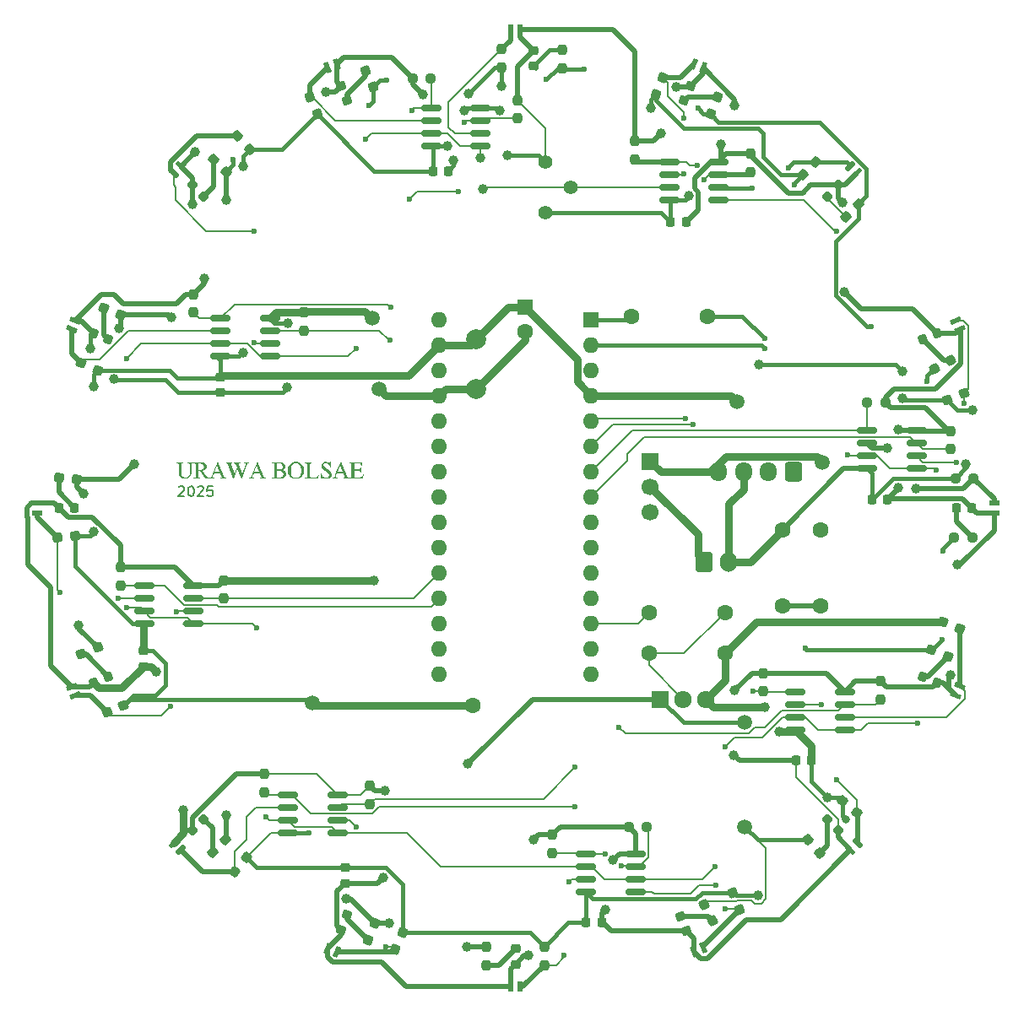
<source format=gtl>
G04 #@! TF.GenerationSoftware,KiCad,Pcbnew,9.0.6-9.0.6~ubuntu22.04.1*
G04 #@! TF.CreationDate,2025-11-27T17:33:19+09:00*
G04 #@! TF.ProjectId,LineSensor,4c696e65-5365-46e7-936f-722e6b696361,rev?*
G04 #@! TF.SameCoordinates,Original*
G04 #@! TF.FileFunction,Copper,L1,Top*
G04 #@! TF.FilePolarity,Positive*
%FSLAX46Y46*%
G04 Gerber Fmt 4.6, Leading zero omitted, Abs format (unit mm)*
G04 Created by KiCad (PCBNEW 9.0.6-9.0.6~ubuntu22.04.1) date 2025-11-27 17:33:19*
%MOMM*%
%LPD*%
G01*
G04 APERTURE LIST*
G04 Aperture macros list*
%AMRoundRect*
0 Rectangle with rounded corners*
0 $1 Rounding radius*
0 $2 $3 $4 $5 $6 $7 $8 $9 X,Y pos of 4 corners*
0 Add a 4 corners polygon primitive as box body*
4,1,4,$2,$3,$4,$5,$6,$7,$8,$9,$2,$3,0*
0 Add four circle primitives for the rounded corners*
1,1,$1+$1,$2,$3*
1,1,$1+$1,$4,$5*
1,1,$1+$1,$6,$7*
1,1,$1+$1,$8,$9*
0 Add four rect primitives between the rounded corners*
20,1,$1+$1,$2,$3,$4,$5,0*
20,1,$1+$1,$4,$5,$6,$7,0*
20,1,$1+$1,$6,$7,$8,$9,0*
20,1,$1+$1,$8,$9,$2,$3,0*%
G04 Aperture macros list end*
%ADD10C,0.400000*%
%ADD11C,0.200000*%
G04 #@! TA.AperFunction,NonConductor*
%ADD12C,0.200000*%
G04 #@! TD*
G04 #@! TA.AperFunction,SMDPad,CuDef*
%ADD13RoundRect,0.237500X-0.123751X0.321857X-0.315092X-0.140083X0.123751X-0.321857X0.315092X0.140083X0*%
G04 #@! TD*
G04 #@! TA.AperFunction,SMDPad,CuDef*
%ADD14RoundRect,0.069150X-0.161350X0.480850X-0.161350X-0.480850X0.161350X-0.480850X0.161350X0.480850X0*%
G04 #@! TD*
G04 #@! TA.AperFunction,SMDPad,CuDef*
%ADD15RoundRect,0.072450X-0.169050X0.477550X-0.169050X-0.477550X0.169050X-0.477550X0.169050X0.477550X0*%
G04 #@! TD*
G04 #@! TA.AperFunction,SMDPad,CuDef*
%ADD16RoundRect,0.218750X-0.335876X-0.026517X-0.026517X-0.335876X0.335876X0.026517X0.026517X0.335876X0*%
G04 #@! TD*
G04 #@! TA.AperFunction,SMDPad,CuDef*
%ADD17RoundRect,0.218750X-0.319536X0.106829X-0.155646X-0.298814X0.319536X-0.106829X0.155646X0.298814X0*%
G04 #@! TD*
G04 #@! TA.AperFunction,SMDPad,CuDef*
%ADD18RoundRect,0.237500X0.008839X0.344715X-0.344715X-0.008839X-0.008839X-0.344715X0.344715X0.008839X0*%
G04 #@! TD*
G04 #@! TA.AperFunction,SMDPad,CuDef*
%ADD19RoundRect,0.237500X0.313858X-0.142827X0.126555X0.320765X-0.313858X0.142827X-0.126555X-0.320765X0*%
G04 #@! TD*
G04 #@! TA.AperFunction,SMDPad,CuDef*
%ADD20RoundRect,0.237500X-0.250000X-0.237500X0.250000X-0.237500X0.250000X0.237500X-0.250000X0.237500X0*%
G04 #@! TD*
G04 #@! TA.AperFunction,SMDPad,CuDef*
%ADD21RoundRect,0.069150X-0.505993X0.034945X0.382502X-0.333081X0.505993X-0.034945X-0.382502X0.333081X0*%
G04 #@! TD*
G04 #@! TA.AperFunction,SMDPad,CuDef*
%ADD22RoundRect,0.072450X-0.505891X0.026569X0.376506X-0.338932X0.505891X-0.026569X-0.376506X0.338932X0*%
G04 #@! TD*
G04 #@! TA.AperFunction,SMDPad,CuDef*
%ADD23RoundRect,0.225000X0.225000X0.250000X-0.225000X0.250000X-0.225000X-0.250000X0.225000X-0.250000X0*%
G04 #@! TD*
G04 #@! TA.AperFunction,SMDPad,CuDef*
%ADD24RoundRect,0.237500X-0.315092X0.140083X-0.123751X-0.321857X0.315092X-0.140083X0.123751X0.321857X0*%
G04 #@! TD*
G04 #@! TA.AperFunction,SMDPad,CuDef*
%ADD25RoundRect,0.237500X0.123751X-0.321857X0.315092X0.140083X-0.123751X0.321857X-0.315092X-0.140083X0*%
G04 #@! TD*
G04 #@! TA.AperFunction,SMDPad,CuDef*
%ADD26RoundRect,0.237500X-0.237500X0.250000X-0.237500X-0.250000X0.237500X-0.250000X0.237500X0.250000X0*%
G04 #@! TD*
G04 #@! TA.AperFunction,SMDPad,CuDef*
%ADD27RoundRect,0.069150X-0.333081X0.382502X0.034945X-0.505993X0.333081X-0.382502X-0.034945X0.505993X0*%
G04 #@! TD*
G04 #@! TA.AperFunction,SMDPad,CuDef*
%ADD28RoundRect,0.072450X-0.338932X0.376506X0.026569X-0.505891X0.338932X-0.376506X-0.026569X0.505891X0*%
G04 #@! TD*
G04 #@! TA.AperFunction,SMDPad,CuDef*
%ADD29RoundRect,0.069150X0.382502X0.333081X-0.505993X-0.034945X-0.382502X-0.333081X0.505993X0.034945X0*%
G04 #@! TD*
G04 #@! TA.AperFunction,SMDPad,CuDef*
%ADD30RoundRect,0.072450X0.376506X0.338932X-0.505891X-0.026569X-0.376506X-0.338932X0.505891X0.026569X0*%
G04 #@! TD*
G04 #@! TA.AperFunction,SMDPad,CuDef*
%ADD31RoundRect,0.237500X-0.269748X-0.214807X0.228349X-0.258385X0.269748X0.214807X-0.228349X0.258385X0*%
G04 #@! TD*
G04 #@! TA.AperFunction,SMDPad,CuDef*
%ADD32RoundRect,0.069150X0.333081X-0.382502X-0.034945X0.505993X-0.333081X0.382502X0.034945X-0.505993X0*%
G04 #@! TD*
G04 #@! TA.AperFunction,SMDPad,CuDef*
%ADD33RoundRect,0.072450X0.338932X-0.376506X-0.026569X0.505891X-0.338932X0.376506X0.026569X-0.505891X0*%
G04 #@! TD*
G04 #@! TA.AperFunction,SMDPad,CuDef*
%ADD34RoundRect,0.069150X-0.454104X0.225921X0.225921X-0.454104X0.454104X-0.225921X-0.225921X0.454104X0*%
G04 #@! TD*
G04 #@! TA.AperFunction,SMDPad,CuDef*
%ADD35RoundRect,0.072450X-0.457215X0.218142X0.218142X-0.457215X0.457215X-0.218142X-0.218142X0.457215X0*%
G04 #@! TD*
G04 #@! TA.AperFunction,SMDPad,CuDef*
%ADD36RoundRect,0.150000X-0.825000X-0.150000X0.825000X-0.150000X0.825000X0.150000X-0.825000X0.150000X0*%
G04 #@! TD*
G04 #@! TA.AperFunction,SMDPad,CuDef*
%ADD37RoundRect,0.218750X0.256250X-0.218750X0.256250X0.218750X-0.256250X0.218750X-0.256250X-0.218750X0*%
G04 #@! TD*
G04 #@! TA.AperFunction,SMDPad,CuDef*
%ADD38RoundRect,0.218750X0.104036X0.320456X-0.300161X0.153032X-0.104036X-0.320456X0.300161X-0.153032X0*%
G04 #@! TD*
G04 #@! TA.AperFunction,SMDPad,CuDef*
%ADD39RoundRect,0.237500X-0.140083X-0.315092X0.321857X-0.123751X0.140083X0.315092X-0.321857X0.123751X0*%
G04 #@! TD*
G04 #@! TA.AperFunction,SMDPad,CuDef*
%ADD40RoundRect,0.218750X-0.256250X0.218750X-0.256250X-0.218750X0.256250X-0.218750X0.256250X0.218750X0*%
G04 #@! TD*
G04 #@! TA.AperFunction,SMDPad,CuDef*
%ADD41RoundRect,0.237500X0.250000X0.237500X-0.250000X0.237500X-0.250000X-0.237500X0.250000X-0.237500X0*%
G04 #@! TD*
G04 #@! TA.AperFunction,SMDPad,CuDef*
%ADD42RoundRect,0.218750X0.153032X-0.300161X0.320456X0.104036X-0.153032X0.300161X-0.320456X-0.104036X0*%
G04 #@! TD*
G04 #@! TA.AperFunction,SMDPad,CuDef*
%ADD43RoundRect,0.218750X-0.104036X-0.320456X0.300161X-0.153032X0.104036X0.320456X-0.300161X0.153032X0*%
G04 #@! TD*
G04 #@! TA.AperFunction,SMDPad,CuDef*
%ADD44RoundRect,0.237500X-0.321857X-0.123751X0.140083X-0.315092X0.321857X0.123751X-0.140083X0.315092X0*%
G04 #@! TD*
G04 #@! TA.AperFunction,SMDPad,CuDef*
%ADD45RoundRect,0.225000X0.250000X-0.225000X0.250000X0.225000X-0.250000X0.225000X-0.250000X-0.225000X0*%
G04 #@! TD*
G04 #@! TA.AperFunction,SMDPad,CuDef*
%ADD46RoundRect,0.218750X-0.218750X-0.256250X0.218750X-0.256250X0.218750X0.256250X-0.218750X0.256250X0*%
G04 #@! TD*
G04 #@! TA.AperFunction,SMDPad,CuDef*
%ADD47RoundRect,0.237500X-0.008839X-0.344715X0.344715X0.008839X0.008839X0.344715X-0.344715X-0.008839X0*%
G04 #@! TD*
G04 #@! TA.AperFunction,SMDPad,CuDef*
%ADD48RoundRect,0.069150X0.161350X-0.480850X0.161350X0.480850X-0.161350X0.480850X-0.161350X-0.480850X0*%
G04 #@! TD*
G04 #@! TA.AperFunction,SMDPad,CuDef*
%ADD49RoundRect,0.072450X0.169050X-0.477550X0.169050X0.477550X-0.169050X0.477550X-0.169050X-0.477550X0*%
G04 #@! TD*
G04 #@! TA.AperFunction,SMDPad,CuDef*
%ADD50RoundRect,0.237500X0.321857X0.123751X-0.140083X0.315092X-0.321857X-0.123751X0.140083X-0.315092X0*%
G04 #@! TD*
G04 #@! TA.AperFunction,SMDPad,CuDef*
%ADD51RoundRect,0.237500X0.237500X-0.250000X0.237500X0.250000X-0.237500X0.250000X-0.237500X-0.250000X0*%
G04 #@! TD*
G04 #@! TA.AperFunction,SMDPad,CuDef*
%ADD52RoundRect,0.069150X-0.034945X-0.505993X0.333081X0.382502X0.034945X0.505993X-0.333081X-0.382502X0*%
G04 #@! TD*
G04 #@! TA.AperFunction,SMDPad,CuDef*
%ADD53RoundRect,0.072450X-0.026569X-0.505891X0.338932X0.376506X0.026569X0.505891X-0.338932X-0.376506X0*%
G04 #@! TD*
G04 #@! TA.AperFunction,SMDPad,CuDef*
%ADD54RoundRect,0.237500X0.021239X-0.344173X0.342632X0.038849X-0.021239X0.344173X-0.342632X-0.038849X0*%
G04 #@! TD*
G04 #@! TA.AperFunction,SMDPad,CuDef*
%ADD55RoundRect,0.069150X0.480850X0.161350X-0.480850X0.161350X-0.480850X-0.161350X0.480850X-0.161350X0*%
G04 #@! TD*
G04 #@! TA.AperFunction,SMDPad,CuDef*
%ADD56RoundRect,0.072450X0.477550X0.169050X-0.477550X0.169050X-0.477550X-0.169050X0.477550X-0.169050X0*%
G04 #@! TD*
G04 #@! TA.AperFunction,SMDPad,CuDef*
%ADD57RoundRect,0.237500X0.343780X-0.026868X0.009214X0.344705X-0.343780X0.026868X-0.009214X-0.344705X0*%
G04 #@! TD*
G04 #@! TA.AperFunction,SMDPad,CuDef*
%ADD58RoundRect,0.237500X-0.344715X0.008839X0.008839X-0.344715X0.344715X-0.008839X-0.008839X0.344715X0*%
G04 #@! TD*
G04 #@! TA.AperFunction,SMDPad,CuDef*
%ADD59RoundRect,0.069150X-0.480850X-0.161350X0.480850X-0.161350X0.480850X0.161350X-0.480850X0.161350X0*%
G04 #@! TD*
G04 #@! TA.AperFunction,SMDPad,CuDef*
%ADD60RoundRect,0.072450X-0.477550X-0.169050X0.477550X-0.169050X0.477550X0.169050X-0.477550X0.169050X0*%
G04 #@! TD*
G04 #@! TA.AperFunction,SMDPad,CuDef*
%ADD61RoundRect,0.218750X0.300161X0.153032X-0.104036X0.320456X-0.300161X-0.153032X0.104036X-0.320456X0*%
G04 #@! TD*
G04 #@! TA.AperFunction,SMDPad,CuDef*
%ADD62RoundRect,0.069150X0.505993X-0.034945X-0.382502X0.333081X-0.505993X0.034945X0.382502X-0.333081X0*%
G04 #@! TD*
G04 #@! TA.AperFunction,SMDPad,CuDef*
%ADD63RoundRect,0.072450X0.505891X-0.026569X-0.376506X0.338932X-0.505891X0.026569X0.376506X-0.338932X0*%
G04 #@! TD*
G04 #@! TA.AperFunction,SMDPad,CuDef*
%ADD64RoundRect,0.237500X0.140083X0.315092X-0.321857X0.123751X-0.140083X-0.315092X0.321857X-0.123751X0*%
G04 #@! TD*
G04 #@! TA.AperFunction,SMDPad,CuDef*
%ADD65RoundRect,0.237500X-0.228349X-0.258385X0.269748X-0.214807X0.228349X0.258385X-0.269748X0.214807X0*%
G04 #@! TD*
G04 #@! TA.AperFunction,SMDPad,CuDef*
%ADD66RoundRect,0.069150X-0.382502X-0.333081X0.505993X0.034945X0.382502X0.333081X-0.505993X-0.034945X0*%
G04 #@! TD*
G04 #@! TA.AperFunction,SMDPad,CuDef*
%ADD67RoundRect,0.072450X-0.376506X-0.338932X0.505891X0.026569X0.376506X0.338932X-0.505891X-0.026569X0*%
G04 #@! TD*
G04 #@! TA.AperFunction,SMDPad,CuDef*
%ADD68RoundRect,0.218750X-0.300161X-0.153032X0.104036X-0.320456X0.300161X0.153032X-0.104036X0.320456X0*%
G04 #@! TD*
G04 #@! TA.AperFunction,SMDPad,CuDef*
%ADD69RoundRect,0.069150X0.225921X0.454104X-0.454104X-0.225921X-0.225921X-0.454104X0.454104X0.225921X0*%
G04 #@! TD*
G04 #@! TA.AperFunction,SMDPad,CuDef*
%ADD70RoundRect,0.072450X0.218142X0.457215X-0.457215X-0.218142X-0.218142X-0.457215X0.457215X0.218142X0*%
G04 #@! TD*
G04 #@! TA.AperFunction,SMDPad,CuDef*
%ADD71RoundRect,0.225000X-0.225000X-0.250000X0.225000X-0.250000X0.225000X0.250000X-0.225000X0.250000X0*%
G04 #@! TD*
G04 #@! TA.AperFunction,SMDPad,CuDef*
%ADD72RoundRect,0.237500X0.344173X0.021239X-0.038849X0.342632X-0.344173X-0.021239X0.038849X-0.342632X0*%
G04 #@! TD*
G04 #@! TA.AperFunction,SMDPad,CuDef*
%ADD73RoundRect,0.069150X-0.225921X-0.454104X0.454104X0.225921X0.225921X0.454104X-0.454104X-0.225921X0*%
G04 #@! TD*
G04 #@! TA.AperFunction,SMDPad,CuDef*
%ADD74RoundRect,0.072450X-0.218142X-0.457215X0.457215X0.218142X0.218142X0.457215X-0.457215X-0.218142X0*%
G04 #@! TD*
G04 #@! TA.AperFunction,SMDPad,CuDef*
%ADD75RoundRect,0.237500X0.112087X0.326102X-0.331418X0.095228X-0.112087X-0.326102X0.331418X-0.095228X0*%
G04 #@! TD*
G04 #@! TA.AperFunction,SMDPad,CuDef*
%ADD76RoundRect,0.218750X-0.153032X0.300161X-0.320456X-0.104036X0.153032X-0.300161X0.320456X0.104036X0*%
G04 #@! TD*
G04 #@! TA.AperFunction,SMDPad,CuDef*
%ADD77RoundRect,0.218750X0.026517X-0.335876X0.335876X-0.026517X-0.026517X0.335876X-0.335876X0.026517X0*%
G04 #@! TD*
G04 #@! TA.AperFunction,SMDPad,CuDef*
%ADD78RoundRect,0.237500X0.326102X-0.112087X0.095228X0.331418X-0.326102X0.112087X-0.095228X-0.331418X0*%
G04 #@! TD*
G04 #@! TA.AperFunction,SMDPad,CuDef*
%ADD79RoundRect,0.218750X0.218750X0.256250X-0.218750X0.256250X-0.218750X-0.256250X0.218750X-0.256250X0*%
G04 #@! TD*
G04 #@! TA.AperFunction,SMDPad,CuDef*
%ADD80RoundRect,0.218750X-0.026517X0.335876X-0.335876X0.026517X0.026517X-0.335876X0.335876X-0.026517X0*%
G04 #@! TD*
G04 #@! TA.AperFunction,SMDPad,CuDef*
%ADD81RoundRect,0.218750X0.335876X0.026517X0.026517X0.335876X-0.335876X-0.026517X-0.026517X-0.335876X0*%
G04 #@! TD*
G04 #@! TA.AperFunction,SMDPad,CuDef*
%ADD82RoundRect,0.218750X0.320456X-0.104036X0.153032X0.300161X-0.320456X0.104036X-0.153032X-0.300161X0*%
G04 #@! TD*
G04 #@! TA.AperFunction,SMDPad,CuDef*
%ADD83RoundRect,0.069150X0.454104X-0.225921X-0.225921X0.454104X-0.454104X0.225921X0.225921X-0.454104X0*%
G04 #@! TD*
G04 #@! TA.AperFunction,SMDPad,CuDef*
%ADD84RoundRect,0.072450X0.457215X-0.218142X-0.218142X0.457215X-0.457215X0.218142X0.218142X-0.457215X0*%
G04 #@! TD*
G04 #@! TA.AperFunction,SMDPad,CuDef*
%ADD85RoundRect,0.069150X0.034945X0.505993X-0.333081X-0.382502X-0.034945X-0.505993X0.333081X0.382502X0*%
G04 #@! TD*
G04 #@! TA.AperFunction,SMDPad,CuDef*
%ADD86RoundRect,0.072450X0.026569X0.505891X-0.338932X-0.376506X-0.026569X-0.505891X0.338932X0.376506X0*%
G04 #@! TD*
G04 #@! TA.AperFunction,ComponentPad*
%ADD87R,1.700000X1.700000*%
G04 #@! TD*
G04 #@! TA.AperFunction,ComponentPad*
%ADD88C,1.700000*%
G04 #@! TD*
G04 #@! TA.AperFunction,ComponentPad*
%ADD89C,1.600000*%
G04 #@! TD*
G04 #@! TA.AperFunction,ComponentPad*
%ADD90RoundRect,0.250000X-0.550000X0.550000X-0.550000X-0.550000X0.550000X-0.550000X0.550000X0.550000X0*%
G04 #@! TD*
G04 #@! TA.AperFunction,ComponentPad*
%ADD91RoundRect,0.250000X-0.600000X-0.750000X0.600000X-0.750000X0.600000X0.750000X-0.600000X0.750000X0*%
G04 #@! TD*
G04 #@! TA.AperFunction,ComponentPad*
%ADD92O,1.700000X2.000000*%
G04 #@! TD*
G04 #@! TA.AperFunction,ComponentPad*
%ADD93RoundRect,0.250000X0.600000X0.725000X-0.600000X0.725000X-0.600000X-0.725000X0.600000X-0.725000X0*%
G04 #@! TD*
G04 #@! TA.AperFunction,ComponentPad*
%ADD94O,1.700000X1.950000*%
G04 #@! TD*
G04 #@! TA.AperFunction,ComponentPad*
%ADD95R,1.600000X1.600000*%
G04 #@! TD*
G04 #@! TA.AperFunction,ComponentPad*
%ADD96O,1.600000X1.600000*%
G04 #@! TD*
G04 #@! TA.AperFunction,ComponentPad*
%ADD97C,1.400000*%
G04 #@! TD*
G04 #@! TA.AperFunction,ComponentPad*
%ADD98C,2.000000*%
G04 #@! TD*
G04 #@! TA.AperFunction,ComponentPad*
%ADD99R,1.717500X1.800000*%
G04 #@! TD*
G04 #@! TA.AperFunction,ComponentPad*
%ADD100O,1.717500X1.800000*%
G04 #@! TD*
G04 #@! TA.AperFunction,ViaPad*
%ADD101C,1.000000*%
G04 #@! TD*
G04 #@! TA.AperFunction,ViaPad*
%ADD102C,1.500000*%
G04 #@! TD*
G04 #@! TA.AperFunction,ViaPad*
%ADD103C,0.600000*%
G04 #@! TD*
G04 #@! TA.AperFunction,ViaPad*
%ADD104C,0.800000*%
G04 #@! TD*
G04 #@! TA.AperFunction,ViaPad*
%ADD105C,1.600000*%
G04 #@! TD*
G04 #@! TA.AperFunction,Conductor*
%ADD106C,0.500000*%
G04 #@! TD*
G04 #@! TA.AperFunction,Conductor*
%ADD107C,0.800000*%
G04 #@! TD*
G04 #@! TA.AperFunction,Conductor*
%ADD108C,0.200000*%
G04 #@! TD*
G04 #@! TA.AperFunction,Conductor*
%ADD109C,0.400000*%
G04 #@! TD*
G04 APERTURE END LIST*
D10*
G36*
X116853750Y-97073677D02*
G01*
X116730026Y-97063331D01*
X116616274Y-97032994D01*
X116510500Y-96982770D01*
X116411182Y-96911500D01*
X116330358Y-96822736D01*
X116274419Y-96727828D01*
X116240974Y-96625155D01*
X116229588Y-96512285D01*
X116229588Y-95654382D01*
X116217180Y-95591708D01*
X116178663Y-95534214D01*
X116123630Y-95497983D01*
X116061304Y-95486099D01*
X116005495Y-95486099D01*
X116005495Y-95423572D01*
X116712822Y-95423572D01*
X116712822Y-95486099D01*
X116659699Y-95486099D01*
X116596818Y-95497904D01*
X116539532Y-95534214D01*
X116503231Y-95591416D01*
X116491416Y-95654382D01*
X116491416Y-96512285D01*
X116505132Y-96628626D01*
X116545378Y-96732323D01*
X116613293Y-96826625D01*
X116706115Y-96897873D01*
X116807044Y-96939624D01*
X116919330Y-96953754D01*
X117031445Y-96939572D01*
X117131401Y-96897787D01*
X117222557Y-96826625D01*
X117292084Y-96732063D01*
X117333152Y-96628377D01*
X117347121Y-96512285D01*
X117347121Y-95698101D01*
X117334458Y-95612903D01*
X117298761Y-95547526D01*
X117242329Y-95500892D01*
X117178838Y-95486099D01*
X117128524Y-95486099D01*
X117128524Y-95423572D01*
X117712875Y-95423572D01*
X117712875Y-95486099D01*
X117659752Y-95486099D01*
X117596331Y-95500902D01*
X117539706Y-95547648D01*
X117502041Y-95613212D01*
X117488782Y-95698101D01*
X117488782Y-96512285D01*
X117477395Y-96625155D01*
X117443951Y-96727828D01*
X117388012Y-96822736D01*
X117307187Y-96911500D01*
X117209363Y-96982083D01*
X117102474Y-97032367D01*
X116984724Y-97063091D01*
X116853750Y-97073677D01*
G37*
G36*
X118672453Y-95437680D02*
G01*
X118794622Y-95477629D01*
X118897697Y-95542030D01*
X118963922Y-95606787D01*
X119009731Y-95677879D01*
X119037242Y-95756726D01*
X119046685Y-95845624D01*
X119032992Y-95937918D01*
X118991229Y-96025373D01*
X118916992Y-96110872D01*
X118827493Y-96178354D01*
X118725820Y-96228275D01*
X118609856Y-96260837D01*
X119075750Y-96848485D01*
X119139830Y-96903491D01*
X119203244Y-96946060D01*
X119260101Y-96970784D01*
X119311688Y-96978422D01*
X119311688Y-97038140D01*
X118898674Y-97038140D01*
X118343998Y-96305778D01*
X118202337Y-96305778D01*
X118202337Y-96810139D01*
X118213238Y-96874964D01*
X118245080Y-96927864D01*
X118292854Y-96966047D01*
X118348761Y-96978422D01*
X118401762Y-96978422D01*
X118401762Y-97038140D01*
X117716294Y-97038140D01*
X117716294Y-97031545D01*
X117716294Y-96978422D01*
X117772103Y-96978422D01*
X117834351Y-96965960D01*
X117889706Y-96927620D01*
X117927741Y-96874135D01*
X117940387Y-96810139D01*
X117940387Y-96202341D01*
X118190436Y-96202341D01*
X118305041Y-96202341D01*
X118427752Y-96189764D01*
X118534149Y-96153517D01*
X118627686Y-96093897D01*
X118704900Y-96017897D01*
X118748424Y-95936228D01*
X118762875Y-95845624D01*
X118749946Y-95765271D01*
X118710916Y-95692557D01*
X118641486Y-95624584D01*
X118555917Y-95572477D01*
X118459307Y-95540791D01*
X118348761Y-95529818D01*
X118289318Y-95536041D01*
X118238607Y-95553876D01*
X118210786Y-95580724D01*
X118202337Y-95610662D01*
X118190436Y-96202341D01*
X117940387Y-96202341D01*
X117940387Y-95654382D01*
X117928005Y-95591698D01*
X117889584Y-95534214D01*
X117834534Y-95497989D01*
X117772103Y-95486099D01*
X117716294Y-95486099D01*
X117716294Y-95423572D01*
X118526325Y-95423572D01*
X118672453Y-95437680D01*
G37*
G36*
X120778977Y-96759459D02*
G01*
X120820933Y-96854558D01*
X120868492Y-96919560D01*
X120923430Y-96964737D01*
X120978768Y-96978422D01*
X120978768Y-97038140D01*
X120380739Y-97038140D01*
X120380739Y-96978422D01*
X120436549Y-96978422D01*
X120473757Y-96971308D01*
X120507745Y-96949357D01*
X120529308Y-96922502D01*
X120536444Y-96889396D01*
X120530662Y-96849208D01*
X120506646Y-96770694D01*
X120390265Y-96505324D01*
X119772330Y-96505324D01*
X119661444Y-96770694D01*
X119640654Y-96834824D01*
X119634333Y-96889396D01*
X119642513Y-96921882D01*
X119668283Y-96949235D01*
X119705573Y-96971142D01*
X119747906Y-96978422D01*
X119801029Y-96978422D01*
X119801029Y-97038140D01*
X119315108Y-97038140D01*
X119315108Y-97031545D01*
X119315108Y-96978422D01*
X119379520Y-96964541D01*
X119444678Y-96919438D01*
X119496288Y-96853968D01*
X119539323Y-96759581D01*
X119691011Y-96401887D01*
X119811317Y-96401887D01*
X120356803Y-96401887D01*
X120078733Y-95768077D01*
X119811317Y-96401887D01*
X119691011Y-96401887D01*
X120119766Y-95390844D01*
X120165806Y-95390844D01*
X120778977Y-96759459D01*
G37*
G36*
X121691713Y-97038140D02*
G01*
X121204570Y-95680272D01*
X121164664Y-95600121D01*
X121112613Y-95537023D01*
X121049606Y-95498646D01*
X120980233Y-95486099D01*
X120980233Y-95423572D01*
X121600122Y-95423572D01*
X121600122Y-95486099D01*
X121544312Y-95486099D01*
X121510470Y-95492141D01*
X121483984Y-95509668D01*
X121464497Y-95533619D01*
X121457972Y-95564134D01*
X121462468Y-95616102D01*
X121476901Y-95675020D01*
X121801256Y-96561500D01*
X122056612Y-95911203D01*
X121947801Y-95633866D01*
X121919102Y-95571842D01*
X121877826Y-95523346D01*
X121833301Y-95494869D01*
X121790143Y-95486099D01*
X121737142Y-95486099D01*
X121737142Y-95423572D01*
X122422609Y-95423572D01*
X122422609Y-95486099D01*
X122344940Y-95486099D01*
X122310558Y-95492062D01*
X122281926Y-95509668D01*
X122262438Y-95533619D01*
X122255914Y-95564134D01*
X122263852Y-95661221D01*
X122607135Y-96561378D01*
X122934176Y-95674776D01*
X122952750Y-95615776D01*
X122958478Y-95564134D01*
X122950686Y-95536371D01*
X122924651Y-95510034D01*
X122884529Y-95492376D01*
X122834036Y-95486099D01*
X122780914Y-95486099D01*
X122780914Y-95423572D01*
X123288817Y-95423572D01*
X123288817Y-95486099D01*
X123232885Y-95486099D01*
X123191118Y-95497430D01*
X123145690Y-95536657D01*
X123102122Y-95599084D01*
X123064480Y-95680272D01*
X122571598Y-97038140D01*
X122519940Y-97038140D01*
X122120969Y-96080219D01*
X121749110Y-97038140D01*
X121691713Y-97038140D01*
G37*
G36*
X124759159Y-96759459D02*
G01*
X124801115Y-96854558D01*
X124848674Y-96919560D01*
X124903611Y-96964737D01*
X124958949Y-96978422D01*
X124958949Y-97038140D01*
X124360921Y-97038140D01*
X124360921Y-96978422D01*
X124416730Y-96978422D01*
X124453938Y-96971308D01*
X124487927Y-96949357D01*
X124509489Y-96922502D01*
X124516625Y-96889396D01*
X124510844Y-96849208D01*
X124486828Y-96770694D01*
X124370446Y-96505324D01*
X123752512Y-96505324D01*
X123641625Y-96770694D01*
X123620836Y-96834824D01*
X123614515Y-96889396D01*
X123622694Y-96921882D01*
X123648464Y-96949235D01*
X123685755Y-96971142D01*
X123728087Y-96978422D01*
X123781210Y-96978422D01*
X123781210Y-97038140D01*
X123295289Y-97038140D01*
X123295289Y-97031545D01*
X123295289Y-96978422D01*
X123359702Y-96964541D01*
X123424860Y-96919438D01*
X123476470Y-96853968D01*
X123519504Y-96759581D01*
X123671192Y-96401887D01*
X123791498Y-96401887D01*
X124336985Y-96401887D01*
X124058914Y-95768077D01*
X123791498Y-96401887D01*
X123671192Y-96401887D01*
X124099947Y-95390844D01*
X124145987Y-95390844D01*
X124759159Y-96759459D01*
G37*
G36*
X126556439Y-95436397D02*
G01*
X126675049Y-95472682D01*
X126775383Y-95530917D01*
X126842270Y-95590580D01*
X126888023Y-95655973D01*
X126915287Y-95728382D01*
X126924616Y-95810087D01*
X126914394Y-95902491D01*
X126884281Y-95986336D01*
X126833513Y-96063855D01*
X126771451Y-96132352D01*
X126718534Y-96170767D01*
X126672313Y-96187320D01*
X126742280Y-96209445D01*
X126814576Y-96251715D01*
X126890666Y-96318234D01*
X126953221Y-96395462D01*
X126989118Y-96476597D01*
X127001064Y-96564187D01*
X126992059Y-96659002D01*
X126965577Y-96745986D01*
X126921368Y-96826956D01*
X126857815Y-96903196D01*
X126779515Y-96962403D01*
X126695177Y-97004172D01*
X126603462Y-97029476D01*
X126502564Y-97038140D01*
X125605216Y-97038140D01*
X125605216Y-97031545D01*
X125605216Y-96978422D01*
X125661025Y-96978422D01*
X125722637Y-96964871D01*
X125778262Y-96922369D01*
X125816376Y-96860907D01*
X125817619Y-96853859D01*
X126091137Y-96853859D01*
X126102436Y-96885670D01*
X126143649Y-96918705D01*
X126205725Y-96938599D01*
X126278593Y-96945572D01*
X126395966Y-96933409D01*
X126498844Y-96898181D01*
X126590369Y-96839937D01*
X126660385Y-96764611D01*
X126700874Y-96681102D01*
X126714567Y-96586046D01*
X126701086Y-96492879D01*
X126661421Y-96412170D01*
X126593056Y-96340460D01*
X126508795Y-96287700D01*
X126407244Y-96254730D01*
X126283967Y-96243007D01*
X126091137Y-96243007D01*
X126091137Y-96853859D01*
X125817619Y-96853859D01*
X125829187Y-96788279D01*
X125829187Y-95654382D01*
X125816804Y-95591698D01*
X125814869Y-95588803D01*
X126091137Y-95588803D01*
X126091137Y-96155935D01*
X126278593Y-96155935D01*
X126391372Y-96145531D01*
X126484899Y-96116227D01*
X126563014Y-96069351D01*
X126623833Y-96005799D01*
X126658958Y-95934938D01*
X126670847Y-95853806D01*
X126657325Y-95765966D01*
X126616403Y-95685090D01*
X126543841Y-95608220D01*
X126454478Y-95553087D01*
X126353416Y-95519570D01*
X126237561Y-95507958D01*
X126178152Y-95514188D01*
X126127651Y-95532016D01*
X126099365Y-95560598D01*
X126091137Y-95588803D01*
X125814869Y-95588803D01*
X125778384Y-95534214D01*
X125723350Y-95497983D01*
X125661025Y-95486099D01*
X125605216Y-95486099D01*
X125605216Y-95423572D01*
X126415125Y-95423572D01*
X126556439Y-95436397D01*
G37*
G36*
X128132620Y-95387179D02*
G01*
X128261699Y-95415936D01*
X128376616Y-95462255D01*
X128479442Y-95525979D01*
X128571667Y-95607976D01*
X128650876Y-95700676D01*
X128712963Y-95805407D01*
X128758460Y-95923881D01*
X128786904Y-96058399D01*
X128796859Y-96211744D01*
X128796859Y-96255464D01*
X128787021Y-96406137D01*
X128758790Y-96539563D01*
X128713426Y-96658269D01*
X128651256Y-96764347D01*
X128571667Y-96859354D01*
X128479785Y-96938923D01*
X128376673Y-97001055D01*
X128260745Y-97046415D01*
X128129840Y-97074679D01*
X127981332Y-97084546D01*
X127837858Y-97074826D01*
X127710050Y-97046842D01*
X127595552Y-97001672D01*
X127492437Y-96939449D01*
X127399302Y-96859354D01*
X127320761Y-96764488D01*
X127259337Y-96658486D01*
X127214474Y-96539778D01*
X127186536Y-96406277D01*
X127176796Y-96255464D01*
X127176796Y-96211744D01*
X127471598Y-96211744D01*
X127471598Y-96255464D01*
X127481535Y-96419911D01*
X127509557Y-96560412D01*
X127553673Y-96680564D01*
X127612892Y-96783394D01*
X127689551Y-96870336D01*
X127775057Y-96930158D01*
X127871240Y-96966058D01*
X127981332Y-96978422D01*
X128097320Y-96965898D01*
X128198092Y-96929684D01*
X128287030Y-96869734D01*
X128366137Y-96783272D01*
X128426610Y-96680332D01*
X128471587Y-96560167D01*
X128500125Y-96419749D01*
X128510240Y-96255464D01*
X128510240Y-96211744D01*
X128499986Y-96044293D01*
X128471239Y-95903141D01*
X128426247Y-95784171D01*
X128366137Y-95683935D01*
X128286835Y-95595799D01*
X128198656Y-95535086D01*
X128099732Y-95498642D01*
X127986828Y-95486099D01*
X127873999Y-95498716D01*
X127776093Y-95535243D01*
X127689701Y-95595931D01*
X127612892Y-95683935D01*
X127554045Y-95783934D01*
X127509913Y-95902815D01*
X127481677Y-96044045D01*
X127471598Y-96211744D01*
X127176796Y-96211744D01*
X127186652Y-96058254D01*
X127214802Y-95923658D01*
X127259798Y-95805185D01*
X127321140Y-95700533D01*
X127399302Y-95607976D01*
X127492584Y-95525903D01*
X127596247Y-95462156D01*
X127711749Y-95415860D01*
X127841114Y-95387151D01*
X127986828Y-95377166D01*
X128132620Y-95387179D01*
G37*
G36*
X128898709Y-97031545D02*
G01*
X128898709Y-96978422D01*
X128954518Y-96978422D01*
X129017994Y-96967790D01*
X129074930Y-96935680D01*
X129111209Y-96886285D01*
X129122801Y-96831999D01*
X129122801Y-95632522D01*
X129110975Y-95576317D01*
X129074930Y-95528841D01*
X129017994Y-95496731D01*
X128954518Y-95486099D01*
X128898709Y-95486099D01*
X128898709Y-95423572D01*
X129584176Y-95423572D01*
X129584176Y-95486099D01*
X129531175Y-95486099D01*
X129474970Y-95497925D01*
X129427494Y-95533970D01*
X129395566Y-95589113D01*
X129384752Y-95654382D01*
X129384752Y-96831999D01*
X129392600Y-96867186D01*
X129418946Y-96905638D01*
X129461128Y-96927374D01*
X129509316Y-96934703D01*
X129864445Y-96934703D01*
X129949719Y-96924719D01*
X130031150Y-96894623D01*
X130110642Y-96842623D01*
X130179159Y-96775549D01*
X130234464Y-96695715D01*
X130276971Y-96601311D01*
X130341939Y-96601311D01*
X130250226Y-97038140D01*
X128898709Y-97038140D01*
X128898709Y-97031545D01*
G37*
G36*
X130508269Y-97056336D02*
G01*
X130442201Y-96533046D01*
X130525854Y-96533046D01*
X130581968Y-96662289D01*
X130652922Y-96767036D01*
X130738712Y-96850806D01*
X130835763Y-96917232D01*
X130932498Y-96955052D01*
X131031315Y-96967431D01*
X131101263Y-96957966D01*
X131164246Y-96929845D01*
X131222435Y-96881336D01*
X131264194Y-96820197D01*
X131289274Y-96751651D01*
X131297906Y-96673485D01*
X131289260Y-96628404D01*
X131259031Y-96571626D01*
X131197889Y-96498607D01*
X131076215Y-96395073D01*
X130903698Y-96283429D01*
X130791492Y-96209683D01*
X130700910Y-96131982D01*
X130629291Y-96050300D01*
X130567241Y-95957909D01*
X130532885Y-95871354D01*
X130521946Y-95788227D01*
X130536263Y-95681477D01*
X130578654Y-95586038D01*
X130651517Y-95498555D01*
X130745513Y-95430819D01*
X130848303Y-95390780D01*
X130963049Y-95377166D01*
X131047209Y-95387328D01*
X131166625Y-95423817D01*
X131254814Y-95450278D01*
X131296441Y-95456423D01*
X131330790Y-95451588D01*
X131356769Y-95438105D01*
X131378161Y-95413124D01*
X131391573Y-95377166D01*
X131461182Y-95377166D01*
X131508321Y-95906929D01*
X131449459Y-95906929D01*
X131394118Y-95786517D01*
X131329346Y-95686818D01*
X131255408Y-95605167D01*
X131173065Y-95543301D01*
X131090951Y-95508366D01*
X131006769Y-95496967D01*
X130942622Y-95504020D01*
X130885713Y-95524605D01*
X130834333Y-95559005D01*
X130793088Y-95602117D01*
X130769769Y-95647910D01*
X130762037Y-95698101D01*
X130771826Y-95749918D01*
X130805546Y-95813110D01*
X130872923Y-95892152D01*
X130993480Y-95997331D01*
X131169923Y-96110017D01*
X131288272Y-96188606D01*
X131385251Y-96269046D01*
X131463381Y-96351329D01*
X131529279Y-96445821D01*
X131565039Y-96531328D01*
X131576221Y-96610715D01*
X131566194Y-96704552D01*
X131536574Y-96790615D01*
X131486604Y-96870995D01*
X131413677Y-96947037D01*
X131331572Y-97006845D01*
X131241594Y-97049478D01*
X131142190Y-97075552D01*
X131031315Y-97084546D01*
X130932702Y-97078402D01*
X130858147Y-97061999D01*
X130802581Y-97037651D01*
X130730595Y-97006233D01*
X130673377Y-96997107D01*
X130648155Y-97000969D01*
X130623796Y-97012861D01*
X130605034Y-97034070D01*
X130594731Y-97062686D01*
X130508269Y-97062686D01*
X130508269Y-97056336D01*
G37*
G36*
X133125942Y-96759459D02*
G01*
X133167898Y-96854558D01*
X133215457Y-96919560D01*
X133270394Y-96964737D01*
X133325732Y-96978422D01*
X133325732Y-97038140D01*
X132727704Y-97038140D01*
X132727704Y-96978422D01*
X132783513Y-96978422D01*
X132820721Y-96971308D01*
X132854710Y-96949357D01*
X132876272Y-96922502D01*
X132883408Y-96889396D01*
X132877627Y-96849208D01*
X132853611Y-96770694D01*
X132737229Y-96505324D01*
X132119295Y-96505324D01*
X132008408Y-96770694D01*
X131987618Y-96834824D01*
X131981297Y-96889396D01*
X131989477Y-96921882D01*
X132015247Y-96949235D01*
X132052538Y-96971142D01*
X132094870Y-96978422D01*
X132147993Y-96978422D01*
X132147993Y-97038140D01*
X131662072Y-97038140D01*
X131662072Y-97031545D01*
X131662072Y-96978422D01*
X131726485Y-96964541D01*
X131791643Y-96919438D01*
X131843253Y-96853968D01*
X131886287Y-96759581D01*
X132037975Y-96401887D01*
X132158281Y-96401887D01*
X132703768Y-96401887D01*
X132425697Y-95768077D01*
X132158281Y-96401887D01*
X132037975Y-96401887D01*
X132466730Y-95390844D01*
X132512770Y-95390844D01*
X133125942Y-96759459D01*
G37*
G36*
X133340875Y-97031545D02*
G01*
X133340875Y-96978422D01*
X133396685Y-96978422D01*
X133458297Y-96964871D01*
X133513921Y-96922369D01*
X133552035Y-96860907D01*
X133564846Y-96788279D01*
X133564846Y-95654382D01*
X133552464Y-95591698D01*
X133514043Y-95534214D01*
X133459010Y-95497983D01*
X133396685Y-95486099D01*
X133340875Y-95486099D01*
X133340875Y-95423572D01*
X134646598Y-95423572D01*
X134646598Y-95772962D01*
X134573935Y-95772962D01*
X134540629Y-95672545D01*
X134489427Y-95596741D01*
X134446704Y-95558819D01*
X134400885Y-95537084D01*
X134350331Y-95529818D01*
X133904954Y-95529818D01*
X133876472Y-95536658D01*
X133850488Y-95558517D01*
X133832778Y-95587243D01*
X133826796Y-95621531D01*
X133826796Y-96131388D01*
X134238224Y-96131388D01*
X134294774Y-96124404D01*
X134344249Y-96104006D01*
X134388433Y-96069595D01*
X134422377Y-96025138D01*
X134443005Y-95972708D01*
X134450226Y-95909982D01*
X134515439Y-95909982D01*
X134515439Y-96483464D01*
X134450226Y-96483464D01*
X134443036Y-96416781D01*
X134422360Y-96359629D01*
X134388311Y-96309930D01*
X134343761Y-96272424D01*
X134294346Y-96250470D01*
X134238224Y-96243007D01*
X133826796Y-96243007D01*
X133826796Y-96810139D01*
X133835976Y-96856916D01*
X133863921Y-96897578D01*
X133907580Y-96925362D01*
X133959542Y-96934703D01*
X134328471Y-96934703D01*
X134406828Y-96925840D01*
X134481044Y-96899252D01*
X134552808Y-96853614D01*
X134617972Y-96793674D01*
X134670621Y-96720945D01*
X134711200Y-96633551D01*
X134773237Y-96645886D01*
X134670289Y-97038140D01*
X133340875Y-97038140D01*
X133340875Y-97031545D01*
G37*
D11*
D12*
X116222054Y-97912457D02*
X116269673Y-97864838D01*
X116269673Y-97864838D02*
X116364911Y-97817219D01*
X116364911Y-97817219D02*
X116603006Y-97817219D01*
X116603006Y-97817219D02*
X116698244Y-97864838D01*
X116698244Y-97864838D02*
X116745863Y-97912457D01*
X116745863Y-97912457D02*
X116793482Y-98007695D01*
X116793482Y-98007695D02*
X116793482Y-98102933D01*
X116793482Y-98102933D02*
X116745863Y-98245790D01*
X116745863Y-98245790D02*
X116174435Y-98817219D01*
X116174435Y-98817219D02*
X116793482Y-98817219D01*
X117412530Y-97817219D02*
X117507768Y-97817219D01*
X117507768Y-97817219D02*
X117603006Y-97864838D01*
X117603006Y-97864838D02*
X117650625Y-97912457D01*
X117650625Y-97912457D02*
X117698244Y-98007695D01*
X117698244Y-98007695D02*
X117745863Y-98198171D01*
X117745863Y-98198171D02*
X117745863Y-98436266D01*
X117745863Y-98436266D02*
X117698244Y-98626742D01*
X117698244Y-98626742D02*
X117650625Y-98721980D01*
X117650625Y-98721980D02*
X117603006Y-98769600D01*
X117603006Y-98769600D02*
X117507768Y-98817219D01*
X117507768Y-98817219D02*
X117412530Y-98817219D01*
X117412530Y-98817219D02*
X117317292Y-98769600D01*
X117317292Y-98769600D02*
X117269673Y-98721980D01*
X117269673Y-98721980D02*
X117222054Y-98626742D01*
X117222054Y-98626742D02*
X117174435Y-98436266D01*
X117174435Y-98436266D02*
X117174435Y-98198171D01*
X117174435Y-98198171D02*
X117222054Y-98007695D01*
X117222054Y-98007695D02*
X117269673Y-97912457D01*
X117269673Y-97912457D02*
X117317292Y-97864838D01*
X117317292Y-97864838D02*
X117412530Y-97817219D01*
X118126816Y-97912457D02*
X118174435Y-97864838D01*
X118174435Y-97864838D02*
X118269673Y-97817219D01*
X118269673Y-97817219D02*
X118507768Y-97817219D01*
X118507768Y-97817219D02*
X118603006Y-97864838D01*
X118603006Y-97864838D02*
X118650625Y-97912457D01*
X118650625Y-97912457D02*
X118698244Y-98007695D01*
X118698244Y-98007695D02*
X118698244Y-98102933D01*
X118698244Y-98102933D02*
X118650625Y-98245790D01*
X118650625Y-98245790D02*
X118079197Y-98817219D01*
X118079197Y-98817219D02*
X118698244Y-98817219D01*
X119603006Y-97817219D02*
X119126816Y-97817219D01*
X119126816Y-97817219D02*
X119079197Y-98293409D01*
X119079197Y-98293409D02*
X119126816Y-98245790D01*
X119126816Y-98245790D02*
X119222054Y-98198171D01*
X119222054Y-98198171D02*
X119460149Y-98198171D01*
X119460149Y-98198171D02*
X119555387Y-98245790D01*
X119555387Y-98245790D02*
X119603006Y-98293409D01*
X119603006Y-98293409D02*
X119650625Y-98388647D01*
X119650625Y-98388647D02*
X119650625Y-98626742D01*
X119650625Y-98626742D02*
X119603006Y-98721980D01*
X119603006Y-98721980D02*
X119555387Y-98769600D01*
X119555387Y-98769600D02*
X119460149Y-98817219D01*
X119460149Y-98817219D02*
X119222054Y-98817219D01*
X119222054Y-98817219D02*
X119126816Y-98769600D01*
X119126816Y-98769600D02*
X119079197Y-98721980D01*
D13*
G04 #@! TO.P,R15,1*
G04 #@! TO.N,Net-(Q8-E)*
X164798398Y-56813918D03*
G04 #@! TO.P,R15,2*
G04 #@! TO.N,GND*
X164100000Y-58500000D03*
G04 #@! TD*
D14*
G04 #@! TO.P,Q13,1,C*
G04 #@! TO.N,VCC*
X149520500Y-148000000D03*
D15*
G04 #@! TO.P,Q13,2,E*
G04 #@! TO.N,Net-(Q13-E)*
X150498500Y-148000000D03*
G04 #@! TD*
D16*
G04 #@! TO.P,D34,1,K*
G04 #@! TO.N,Net-(D34-K)*
X181262958Y-131262958D03*
G04 #@! TO.P,D34,2,A*
G04 #@! TO.N,VCC*
X182376652Y-132376652D03*
G04 #@! TD*
D17*
G04 #@! TO.P,D45,1,K*
G04 #@! TO.N,Net-(D45-K)*
X166562294Y-140993116D03*
G04 #@! TO.P,D45,2,A*
G04 #@! TO.N,VCC*
X167152300Y-142453430D03*
G04 #@! TD*
D18*
G04 #@! TO.P,R16,1*
G04 #@! TO.N,Net-(Q7-E)*
X180100000Y-65300000D03*
G04 #@! TO.P,R16,2*
G04 #@! TO.N,GND*
X178809530Y-66590470D03*
G04 #@! TD*
D19*
G04 #@! TO.P,R18,1*
G04 #@! TO.N,Net-(Q14-E)*
X172463000Y-140280000D03*
G04 #@! TO.P,R18,2*
G04 #@! TO.N,GND*
X171779342Y-138587890D03*
G04 #@! TD*
D20*
G04 #@! TO.P,R22,1*
G04 #@! TO.N,VCC*
X139675000Y-56900000D03*
G04 #@! TO.P,R22,2*
G04 #@! TO.N,U6A*
X141500000Y-56900000D03*
G04 #@! TD*
D21*
G04 #@! TO.P,Q16,1,C*
G04 #@! TO.N,VCC*
X194162721Y-118811805D03*
D22*
G04 #@! TO.P,Q16,2,E*
G04 #@! TO.N,Net-(Q16-E)*
X194536986Y-117908251D03*
G04 #@! TD*
D23*
G04 #@! TO.P,C10,1*
G04 #@! TO.N,VCC*
X158648226Y-141620423D03*
G04 #@! TO.P,C10,2*
G04 #@! TO.N,GND*
X157098226Y-141620423D03*
G04 #@! TD*
D24*
G04 #@! TO.P,R10,1*
G04 #@! TO.N,Net-(Q10-E)*
X129401602Y-58813920D03*
G04 #@! TO.P,R10,2*
G04 #@! TO.N,GND*
X130100000Y-60500000D03*
G04 #@! TD*
D25*
G04 #@! TO.P,R39,1*
G04 #@! TO.N,Net-(D43-K)*
X135189407Y-143363307D03*
G04 #@! TO.P,R39,2*
G04 #@! TO.N,Net-(Q17-D)*
X135887805Y-141677227D03*
G04 #@! TD*
D26*
G04 #@! TO.P,R21,1*
G04 #@! TO.N,VCC*
X150200000Y-59100000D03*
G04 #@! TO.P,R21,2*
G04 #@! TO.N,U6B*
X150200000Y-60925000D03*
G04 #@! TD*
D27*
G04 #@! TO.P,Q14,1,C*
G04 #@! TO.N,VCC*
X167926805Y-144529715D03*
D28*
G04 #@! TO.P,Q14,2,E*
G04 #@! TO.N,Net-(Q14-E)*
X168830359Y-144155450D03*
G04 #@! TD*
D29*
G04 #@! TO.P,Q2,1,C*
G04 #@! TO.N,VCC*
X105470285Y-117925805D03*
D30*
G04 #@! TO.P,Q2,2,E*
G04 #@! TO.N,Net-(Q2-E)*
X105844550Y-118829359D03*
G04 #@! TD*
D26*
G04 #@! TO.P,R27,1*
G04 #@! TO.N,VCC*
X193600000Y-92275000D03*
G04 #@! TO.P,R27,2*
G04 #@! TO.N,U7B*
X193600000Y-94100000D03*
G04 #@! TD*
D31*
G04 #@! TO.P,R44,1*
G04 #@! TO.N,Net-(D40-K)*
X104200000Y-96999999D03*
G04 #@! TO.P,R44,2*
G04 #@! TO.N,Net-(Q17-D)*
X106018056Y-97159059D03*
G04 #@! TD*
D32*
G04 #@! TO.P,Q10,1,C*
G04 #@! TO.N,VCC*
X132074195Y-55470285D03*
D33*
G04 #@! TO.P,Q10,2,E*
G04 #@! TO.N,Net-(Q10-E)*
X131170641Y-55844550D03*
G04 #@! TD*
D34*
G04 #@! TO.P,Q15,1,C*
G04 #@! TO.N,VCC*
X183602067Y-134280183D03*
D35*
G04 #@! TO.P,Q15,2,E*
G04 #@! TO.N,Net-(Q15-E)*
X184293618Y-133588632D03*
G04 #@! TD*
D36*
G04 #@! TO.P,U8,1*
G04 #@! TO.N,U8A*
X165403000Y-65278000D03*
G04 #@! TO.P,U8,2,-*
G04 #@! TO.N,Net-(Q8-E)*
X165403000Y-66548000D03*
G04 #@! TO.P,U8,3,+*
G04 #@! TO.N,Net-(U2A-+)*
X165403000Y-67818000D03*
G04 #@! TO.P,U8,4,V-*
G04 #@! TO.N,GND*
X165403000Y-69088000D03*
G04 #@! TO.P,U8,5,+*
G04 #@! TO.N,Net-(U2A-+)*
X170353000Y-69088000D03*
G04 #@! TO.P,U8,6,-*
G04 #@! TO.N,Net-(Q7-E)*
X170353000Y-67818000D03*
G04 #@! TO.P,U8,7*
G04 #@! TO.N,U8B*
X170353000Y-66548000D03*
G04 #@! TO.P,U8,8,V+*
G04 #@! TO.N,VCC*
X170353000Y-65278000D03*
G04 #@! TD*
D37*
G04 #@! TO.P,D36,1,K*
G04 #@! TO.N,Net-(D36-K)*
X151827000Y-55655000D03*
G04 #@! TO.P,D36,2,A*
G04 #@! TO.N,VCC*
X151827000Y-54080000D03*
G04 #@! TD*
D38*
G04 #@! TO.P,D41,1,K*
G04 #@! TO.N,Net-(D41-K)*
X109152976Y-116919391D03*
G04 #@! TO.P,D41,2,A*
G04 #@! TO.N,VCC*
X107697866Y-117522117D03*
G04 #@! TD*
D39*
G04 #@! TO.P,R3,1*
G04 #@! TO.N,Net-(Q2-E)*
X109013920Y-120498398D03*
G04 #@! TO.P,R3,2*
G04 #@! TO.N,GND*
X110700000Y-119800000D03*
G04 #@! TD*
D26*
G04 #@! TO.P,R25,1*
G04 #@! TO.N,VCC*
X173585000Y-64488000D03*
G04 #@! TO.P,R25,2*
G04 #@! TO.N,U8B*
X173585000Y-66313000D03*
G04 #@! TD*
D40*
G04 #@! TO.P,D44,1,K*
G04 #@! TO.N,Net-(D44-K)*
X150000000Y-144212500D03*
G04 #@! TO.P,D44,2,A*
G04 #@! TO.N,VCC*
X150000000Y-145787500D03*
G04 #@! TD*
D41*
G04 #@! TO.P,R36,1*
G04 #@! TO.N,Net-(D46-K)*
X195840500Y-102981000D03*
G04 #@! TO.P,R36,2*
G04 #@! TO.N,Net-(Q17-D)*
X194015500Y-102981000D03*
G04 #@! TD*
D42*
G04 #@! TO.P,D49,1,K*
G04 #@! TO.N,Net-(D49-K)*
X166919391Y-59152976D03*
G04 #@! TO.P,D49,2,A*
G04 #@! TO.N,VCC*
X167522117Y-57697866D03*
G04 #@! TD*
D36*
G04 #@! TO.P,U6,1*
G04 #@! TO.N,U6A*
X141567000Y-59872000D03*
G04 #@! TO.P,U6,2,-*
G04 #@! TO.N,Net-(Q10-E)*
X141567000Y-61142000D03*
G04 #@! TO.P,U6,3,+*
G04 #@! TO.N,Net-(U2A-+)*
X141567000Y-62412000D03*
G04 #@! TO.P,U6,4,V-*
G04 #@! TO.N,GND*
X141567000Y-63682000D03*
G04 #@! TO.P,U6,5,+*
G04 #@! TO.N,Net-(U2A-+)*
X146517000Y-63682000D03*
G04 #@! TO.P,U6,6,-*
G04 #@! TO.N,Net-(Q9-E)*
X146517000Y-62412000D03*
G04 #@! TO.P,U6,7*
G04 #@! TO.N,U6B*
X146517000Y-61142000D03*
G04 #@! TO.P,U6,8,V+*
G04 #@! TO.N,VCC*
X146517000Y-59872000D03*
G04 #@! TD*
D26*
G04 #@! TO.P,R29,1*
G04 #@! TO.N,VCC*
X153708000Y-132781000D03*
G04 #@! TO.P,R29,2*
G04 #@! TO.N,U9A*
X153708000Y-134606000D03*
G04 #@! TD*
G04 #@! TO.P,R5,1*
G04 #@! TO.N,VCC*
X135378000Y-127868000D03*
G04 #@! TO.P,R5,2*
G04 #@! TO.N,U3A*
X135378000Y-129693000D03*
G04 #@! TD*
D43*
G04 #@! TO.P,D47,1,K*
G04 #@! TO.N,Net-(D47-K)*
X190847024Y-83080609D03*
G04 #@! TO.P,D47,2,A*
G04 #@! TO.N,VCC*
X192302134Y-82477883D03*
G04 #@! TD*
D44*
G04 #@! TO.P,R12,1*
G04 #@! TO.N,Net-(Q12-E)*
X106425960Y-85486801D03*
G04 #@! TO.P,R12,2*
G04 #@! TO.N,GND*
X108112040Y-86185199D03*
G04 #@! TD*
D36*
G04 #@! TO.P,U9,1*
G04 #@! TO.N,U9A*
X157075000Y-134701000D03*
G04 #@! TO.P,U9,2,-*
G04 #@! TO.N,Net-(U2A-+)*
X157075000Y-135971000D03*
G04 #@! TO.P,U9,3,+*
G04 #@! TO.N,Net-(Q13-E)*
X157075000Y-137241000D03*
G04 #@! TO.P,U9,4,V-*
G04 #@! TO.N,GND*
X157075000Y-138511000D03*
G04 #@! TO.P,U9,5,+*
G04 #@! TO.N,Net-(Q14-E)*
X162025000Y-138511000D03*
G04 #@! TO.P,U9,6,-*
G04 #@! TO.N,Net-(U2A-+)*
X162025000Y-137241000D03*
G04 #@! TO.P,U9,7*
G04 #@! TO.N,U9B*
X162025000Y-135971000D03*
G04 #@! TO.P,U9,8,V+*
G04 #@! TO.N,VCC*
X162025000Y-134701000D03*
G04 #@! TD*
D23*
G04 #@! TO.P,C8,1*
G04 #@! TO.N,VCC*
X143250000Y-66200000D03*
G04 #@! TO.P,C8,2*
G04 #@! TO.N,GND*
X141700000Y-66200000D03*
G04 #@! TD*
D45*
G04 #@! TO.P,C6,1*
G04 #@! TO.N,VCC*
X132900000Y-137650000D03*
G04 #@! TO.P,C6,2*
G04 #@! TO.N,GND*
X132900000Y-136100000D03*
G04 #@! TD*
D26*
G04 #@! TO.P,R7,1*
G04 #@! TO.N,VCC*
X120720000Y-107267500D03*
G04 #@! TO.P,R7,2*
G04 #@! TO.N,U4A*
X120720000Y-109092500D03*
G04 #@! TD*
D46*
G04 #@! TO.P,D46,1,K*
G04 #@! TO.N,Net-(D46-K)*
X194212500Y-100000000D03*
G04 #@! TO.P,D46,2,A*
G04 #@! TO.N,VCC*
X195787500Y-100000000D03*
G04 #@! TD*
D26*
G04 #@! TO.P,R26,1*
G04 #@! TO.N,VCC*
X162000000Y-63200000D03*
G04 #@! TO.P,R26,2*
G04 #@! TO.N,U8A*
X162000000Y-65025000D03*
G04 #@! TD*
D36*
G04 #@! TO.P,U5,1*
G04 #@! TO.N,U5A*
X120425000Y-80995000D03*
G04 #@! TO.P,U5,2,-*
G04 #@! TO.N,Net-(Q12-E)*
X120425000Y-82265000D03*
G04 #@! TO.P,U5,3,+*
G04 #@! TO.N,Net-(U2A-+)*
X120425000Y-83535000D03*
G04 #@! TO.P,U5,4,V-*
G04 #@! TO.N,GND*
X120425000Y-84805000D03*
G04 #@! TO.P,U5,5,+*
G04 #@! TO.N,Net-(U2A-+)*
X125375000Y-84805000D03*
G04 #@! TO.P,U5,6,-*
G04 #@! TO.N,Net-(Q11-E)*
X125375000Y-83535000D03*
G04 #@! TO.P,U5,7*
G04 #@! TO.N,U5B*
X125375000Y-82265000D03*
G04 #@! TO.P,U5,8,V+*
G04 #@! TO.N,VCC*
X125375000Y-80995000D03*
G04 #@! TD*
D47*
G04 #@! TO.P,R46,1*
G04 #@! TO.N,Net-(D42-K)*
X119609530Y-134590470D03*
G04 #@! TO.P,R46,2*
G04 #@! TO.N,Net-(Q17-D)*
X120900000Y-133300000D03*
G04 #@! TD*
D48*
G04 #@! TO.P,Q9,1,C*
G04 #@! TO.N,VCC*
X150479500Y-52000000D03*
D49*
G04 #@! TO.P,Q9,2,E*
G04 #@! TO.N,Net-(Q9-E)*
X149501500Y-52000000D03*
G04 #@! TD*
D50*
G04 #@! TO.P,R56,1*
G04 #@! TO.N,Net-(D35-K)*
X193400000Y-114900000D03*
G04 #@! TO.P,R56,2*
G04 #@! TO.N,Net-(Q17-D)*
X191713920Y-114201602D03*
G04 #@! TD*
D26*
G04 #@! TO.P,R8,1*
G04 #@! TO.N,VCC*
X110402000Y-105949500D03*
G04 #@! TO.P,R8,2*
G04 #@! TO.N,U4B*
X110402000Y-107774500D03*
G04 #@! TD*
D51*
G04 #@! TO.P,R38,1*
G04 #@! TO.N,Net-(D44-K)*
X147032000Y-145894000D03*
G04 #@! TO.P,R38,2*
G04 #@! TO.N,Net-(Q17-D)*
X147032000Y-144069000D03*
G04 #@! TD*
G04 #@! TO.P,R17,1*
G04 #@! TO.N,Net-(Q13-E)*
X152876000Y-145869000D03*
G04 #@! TO.P,R17,2*
G04 #@! TO.N,GND*
X152876000Y-144044000D03*
G04 #@! TD*
D25*
G04 #@! TO.P,R1,1*
G04 #@! TO.N,Net-(Q4-E)*
X137948801Y-144309040D03*
G04 #@! TO.P,R1,2*
G04 #@! TO.N,GND*
X138647199Y-142622960D03*
G04 #@! TD*
D52*
G04 #@! TO.P,Q8,1,C*
G04 #@! TO.N,VCC*
X168811805Y-55837279D03*
D53*
G04 #@! TO.P,Q8,2,E*
G04 #@! TO.N,Net-(Q8-E)*
X167908251Y-55463014D03*
G04 #@! TD*
D54*
G04 #@! TO.P,R2,1*
G04 #@! TO.N,Net-(Q3-E)*
X121826912Y-136498032D03*
G04 #@! TO.P,R2,2*
G04 #@! TO.N,GND*
X123000000Y-135100000D03*
G04 #@! TD*
D45*
G04 #@! TO.P,C5,1*
G04 #@! TO.N,VCC*
X112700000Y-115900000D03*
G04 #@! TO.P,C5,2*
G04 #@! TO.N,GND*
X112700000Y-114350000D03*
G04 #@! TD*
D26*
G04 #@! TO.P,R40,1*
G04 #@! TO.N,Net-(D36-K)*
X154717000Y-54036500D03*
G04 #@! TO.P,R40,2*
G04 #@! TO.N,Net-(Q17-D)*
X154717000Y-55861500D03*
G04 #@! TD*
D55*
G04 #@! TO.P,Q1,1,C*
G04 #@! TO.N,VCC*
X102000000Y-99520500D03*
D56*
G04 #@! TO.P,Q1,2,E*
G04 #@! TO.N,Net-(Q1-E)*
X102000000Y-100498500D03*
G04 #@! TD*
D57*
G04 #@! TO.P,R55,1*
G04 #@! TO.N,Net-(D34-K)*
X180521164Y-134656240D03*
G04 #@! TO.P,R55,2*
G04 #@! TO.N,Net-(Q17-D)*
X179300000Y-133300000D03*
G04 #@! TD*
D58*
G04 #@! TO.P,R42,1*
G04 #@! TO.N,Net-(D38-K)*
X119700000Y-65000000D03*
G04 #@! TO.P,R42,2*
G04 #@! TO.N,Net-(Q17-D)*
X120990470Y-66290470D03*
G04 #@! TD*
D59*
G04 #@! TO.P,Q5,1,C*
G04 #@! TO.N,VCC*
X198000000Y-100479500D03*
D60*
G04 #@! TO.P,Q5,2,E*
G04 #@! TO.N,Net-(Q5-E)*
X198000000Y-99501500D03*
G04 #@! TD*
D61*
G04 #@! TO.P,D39,1,K*
G04 #@! TO.N,Net-(D39-K)*
X109152976Y-83080609D03*
G04 #@! TO.P,D39,2,A*
G04 #@! TO.N,VCC*
X107697866Y-82477883D03*
G04 #@! TD*
D62*
G04 #@! TO.P,Q12,1,C*
G04 #@! TO.N,VCC*
X105837279Y-81188195D03*
D63*
G04 #@! TO.P,Q12,2,E*
G04 #@! TO.N,Net-(Q12-E)*
X105463014Y-82091749D03*
G04 #@! TD*
D26*
G04 #@! TO.P,R23,1*
G04 #@! TO.N,VCC*
X128800199Y-80385460D03*
G04 #@! TO.P,R23,2*
G04 #@! TO.N,U5B*
X128800199Y-82210460D03*
G04 #@! TD*
D64*
G04 #@! TO.P,R14,1*
G04 #@! TO.N,Net-(Q6-E)*
X195000000Y-88500000D03*
G04 #@! TO.P,R14,2*
G04 #@! TO.N,GND*
X193313920Y-89198398D03*
G04 #@! TD*
D36*
G04 #@! TO.P,U2,1*
G04 #@! TO.N,U2A*
X178066000Y-118458000D03*
G04 #@! TO.P,U2,2,-*
G04 #@! TO.N,Net-(Q15-E)*
X178066000Y-119728000D03*
G04 #@! TO.P,U2,3,+*
G04 #@! TO.N,Net-(U2A-+)*
X178066000Y-120998000D03*
G04 #@! TO.P,U2,4,V-*
G04 #@! TO.N,GND*
X178066000Y-122268000D03*
G04 #@! TO.P,U2,5,+*
G04 #@! TO.N,Net-(U2A-+)*
X183016000Y-122268000D03*
G04 #@! TO.P,U2,6,-*
G04 #@! TO.N,Net-(Q16-E)*
X183016000Y-120998000D03*
G04 #@! TO.P,U2,7*
G04 #@! TO.N,U2B*
X183016000Y-119728000D03*
G04 #@! TO.P,U2,8,V+*
G04 #@! TO.N,VCC*
X183016000Y-118458000D03*
G04 #@! TD*
D65*
G04 #@! TO.P,R4,1*
G04 #@! TO.N,Net-(Q1-E)*
X104042944Y-102962060D03*
G04 #@! TO.P,R4,2*
G04 #@! TO.N,GND*
X105861000Y-102803000D03*
G04 #@! TD*
D20*
G04 #@! TO.P,R30,1*
G04 #@! TO.N,VCC*
X161375000Y-132000000D03*
G04 #@! TO.P,R30,2*
G04 #@! TO.N,U9B*
X163200000Y-132000000D03*
G04 #@! TD*
D13*
G04 #@! TO.P,R33,1*
G04 #@! TO.N,Net-(D49-K)*
X170250398Y-58781920D03*
G04 #@! TO.P,R33,2*
G04 #@! TO.N,Net-(Q17-D)*
X169552000Y-60468000D03*
G04 #@! TD*
D66*
G04 #@! TO.P,Q6,1,C*
G04 #@! TO.N,VCC*
X194529715Y-82074195D03*
D67*
G04 #@! TO.P,Q6,2,E*
G04 #@! TO.N,Net-(Q6-E)*
X194155450Y-81170641D03*
G04 #@! TD*
D68*
G04 #@! TO.P,D35,1,K*
G04 #@! TO.N,Net-(D35-K)*
X190847024Y-116919391D03*
G04 #@! TO.P,D35,2,A*
G04 #@! TO.N,VCC*
X192302134Y-117522117D03*
G04 #@! TD*
D69*
G04 #@! TO.P,Q3,1,C*
G04 #@! TO.N,VCC*
X115719817Y-133602067D03*
D70*
G04 #@! TO.P,Q3,2,E*
G04 #@! TO.N,Net-(Q3-E)*
X116411368Y-134293618D03*
G04 #@! TD*
D36*
G04 #@! TO.P,U7,1*
G04 #@! TO.N,U7A*
X185262077Y-92224057D03*
G04 #@! TO.P,U7,2,-*
G04 #@! TO.N,Net-(Q5-E)*
X185262077Y-93494057D03*
G04 #@! TO.P,U7,3,+*
G04 #@! TO.N,Net-(U2A-+)*
X185262077Y-94764057D03*
G04 #@! TO.P,U7,4,V-*
G04 #@! TO.N,GND*
X185262077Y-96034057D03*
G04 #@! TO.P,U7,5,+*
G04 #@! TO.N,Net-(U2A-+)*
X190212077Y-96034057D03*
G04 #@! TO.P,U7,6,-*
G04 #@! TO.N,Net-(Q6-E)*
X190212077Y-94764057D03*
G04 #@! TO.P,U7,7*
G04 #@! TO.N,U7B*
X190212077Y-93494057D03*
G04 #@! TO.P,U7,8,V+*
G04 #@! TO.N,VCC*
X190212077Y-92224057D03*
G04 #@! TD*
D71*
G04 #@! TO.P,C4,1*
G04 #@! TO.N,VCC*
X178111601Y-125335796D03*
G04 #@! TO.P,C4,2*
G04 #@! TO.N,GND*
X179661601Y-125335796D03*
G04 #@! TD*
D58*
G04 #@! TO.P,R11,1*
G04 #@! TO.N,Net-(Q11-E)*
X122109530Y-62709530D03*
G04 #@! TO.P,R11,2*
G04 #@! TO.N,GND*
X123400000Y-64000000D03*
G04 #@! TD*
D23*
G04 #@! TO.P,C11,1*
G04 #@! TO.N,VCC*
X187275000Y-99200000D03*
G04 #@! TO.P,C11,2*
G04 #@! TO.N,GND*
X185725000Y-99200000D03*
G04 #@! TD*
D50*
G04 #@! TO.P,R20,1*
G04 #@! TO.N,Net-(Q16-E)*
X194600000Y-112100000D03*
G04 #@! TO.P,R20,2*
G04 #@! TO.N,GND*
X192913920Y-111401602D03*
G04 #@! TD*
D24*
G04 #@! TO.P,R41,1*
G04 #@! TO.N,Net-(D37-K)*
X135001602Y-56113920D03*
G04 #@! TO.P,R41,2*
G04 #@! TO.N,Net-(Q17-D)*
X135700000Y-57800000D03*
G04 #@! TD*
D72*
G04 #@! TO.P,R19,1*
G04 #@! TO.N,Net-(Q15-E)*
X184200000Y-130600000D03*
G04 #@! TO.P,R19,2*
G04 #@! TO.N,GND*
X182801968Y-129426912D03*
G04 #@! TD*
D73*
G04 #@! TO.P,Q7,1,C*
G04 #@! TO.N,VCC*
X184280183Y-66397933D03*
D74*
G04 #@! TO.P,Q7,2,E*
G04 #@! TO.N,Net-(Q7-E)*
X183588632Y-65706382D03*
G04 #@! TD*
D47*
G04 #@! TO.P,R34,1*
G04 #@! TO.N,Net-(D48-K)*
X183109530Y-70790470D03*
G04 #@! TO.P,R34,2*
G04 #@! TO.N,Net-(Q17-D)*
X184400000Y-69500000D03*
G04 #@! TD*
D75*
G04 #@! TO.P,R35,1*
G04 #@! TO.N,Net-(D47-K)*
X193618794Y-85157308D03*
G04 #@! TO.P,R35,2*
G04 #@! TO.N,Net-(Q17-D)*
X192000000Y-86000000D03*
G04 #@! TD*
D39*
G04 #@! TO.P,R45,1*
G04 #@! TO.N,Net-(D41-K)*
X106413920Y-114698398D03*
G04 #@! TO.P,R45,2*
G04 #@! TO.N,Net-(Q17-D)*
X108100000Y-114000000D03*
G04 #@! TD*
D76*
G04 #@! TO.P,D43,1,K*
G04 #@! TO.N,Net-(D43-K)*
X133080609Y-140847024D03*
G04 #@! TO.P,D43,2,A*
G04 #@! TO.N,VCC*
X132477883Y-142302134D03*
G04 #@! TD*
D77*
G04 #@! TO.P,D48,1,K*
G04 #@! TO.N,Net-(D48-K)*
X181262958Y-68737042D03*
G04 #@! TO.P,D48,2,A*
G04 #@! TO.N,VCC*
X182376652Y-67623348D03*
G04 #@! TD*
D41*
G04 #@! TO.P,R28,1*
G04 #@! TO.N,VCC*
X187100000Y-89400000D03*
G04 #@! TO.P,R28,2*
G04 #@! TO.N,U7A*
X185275000Y-89400000D03*
G04 #@! TD*
D26*
G04 #@! TO.P,R6,1*
G04 #@! TO.N,VCC*
X124795000Y-126678000D03*
G04 #@! TO.P,R6,2*
G04 #@! TO.N,U3B*
X124795000Y-128503000D03*
G04 #@! TD*
D36*
G04 #@! TO.P,U3,1*
G04 #@! TO.N,U4B*
X112743000Y-107791000D03*
G04 #@! TO.P,U3,2,-*
G04 #@! TO.N,Net-(Q1-E)*
X112743000Y-109061000D03*
G04 #@! TO.P,U3,3,+*
G04 #@! TO.N,Net-(U2A-+)*
X112743000Y-110331000D03*
G04 #@! TO.P,U3,4,V-*
G04 #@! TO.N,GND*
X112743000Y-111601000D03*
G04 #@! TO.P,U3,5,+*
G04 #@! TO.N,Net-(U2A-+)*
X117693000Y-111601000D03*
G04 #@! TO.P,U3,6,-*
G04 #@! TO.N,Net-(Q2-E)*
X117693000Y-110331000D03*
G04 #@! TO.P,U3,7*
G04 #@! TO.N,U4A*
X117693000Y-109061000D03*
G04 #@! TO.P,U3,8,V+*
G04 #@! TO.N,VCC*
X117693000Y-107791000D03*
G04 #@! TD*
D26*
G04 #@! TO.P,R9,1*
G04 #@! TO.N,Net-(Q9-E)*
X148612000Y-53976500D03*
G04 #@! TO.P,R9,2*
G04 #@! TO.N,GND*
X148612000Y-55801500D03*
G04 #@! TD*
D45*
G04 #@! TO.P,C7,1*
G04 #@! TO.N,VCC*
X120400000Y-88400000D03*
G04 #@! TO.P,C7,2*
G04 #@! TO.N,GND*
X120400000Y-86850000D03*
G04 #@! TD*
D78*
G04 #@! TO.P,R37,1*
G04 #@! TO.N,Net-(D45-K)*
X169721346Y-141409397D03*
G04 #@! TO.P,R37,2*
G04 #@! TO.N,Net-(Q17-D)*
X168878654Y-139790603D03*
G04 #@! TD*
D79*
G04 #@! TO.P,D40,1,K*
G04 #@! TO.N,Net-(D40-K)*
X105787500Y-100000000D03*
G04 #@! TO.P,D40,2,A*
G04 #@! TO.N,VCC*
X104212500Y-100000000D03*
G04 #@! TD*
D36*
G04 #@! TO.P,U4,1*
G04 #@! TO.N,U3B*
X127217000Y-128782000D03*
G04 #@! TO.P,U4,2,-*
G04 #@! TO.N,Net-(Q3-E)*
X127217000Y-130052000D03*
G04 #@! TO.P,U4,3,+*
G04 #@! TO.N,Net-(U2A-+)*
X127217000Y-131322000D03*
G04 #@! TO.P,U4,4,V-*
G04 #@! TO.N,GND*
X127217000Y-132592000D03*
G04 #@! TO.P,U4,5,+*
G04 #@! TO.N,Net-(U2A-+)*
X132167000Y-132592000D03*
G04 #@! TO.P,U4,6,-*
G04 #@! TO.N,Net-(Q4-E)*
X132167000Y-131322000D03*
G04 #@! TO.P,U4,7*
G04 #@! TO.N,U3A*
X132167000Y-130052000D03*
G04 #@! TO.P,U4,8,V+*
G04 #@! TO.N,VCC*
X132167000Y-128782000D03*
G04 #@! TD*
D41*
G04 #@! TO.P,R13,1*
G04 #@! TO.N,Net-(Q5-E)*
X195958500Y-97048000D03*
G04 #@! TO.P,R13,2*
G04 #@! TO.N,GND*
X194133500Y-97048000D03*
G04 #@! TD*
D80*
G04 #@! TO.P,D42,1,K*
G04 #@! TO.N,Net-(D42-K)*
X118737042Y-131262958D03*
G04 #@! TO.P,D42,2,A*
G04 #@! TO.N,VCC*
X117623348Y-132376652D03*
G04 #@! TD*
D81*
G04 #@! TO.P,D38,1,K*
G04 #@! TO.N,Net-(D38-K)*
X118737042Y-68737042D03*
G04 #@! TO.P,D38,2,A*
G04 #@! TO.N,VCC*
X117623348Y-67623348D03*
G04 #@! TD*
D82*
G04 #@! TO.P,D37,1,K*
G04 #@! TO.N,Net-(D37-K)*
X133080609Y-59152976D03*
G04 #@! TO.P,D37,2,A*
G04 #@! TO.N,VCC*
X132477883Y-57697866D03*
G04 #@! TD*
D26*
G04 #@! TO.P,R24,1*
G04 #@! TO.N,VCC*
X117700000Y-78575000D03*
G04 #@! TO.P,R24,2*
G04 #@! TO.N,U5A*
X117700000Y-80400000D03*
G04 #@! TD*
D83*
G04 #@! TO.P,Q11,1,C*
G04 #@! TO.N,VCC*
X116397933Y-65719817D03*
D84*
G04 #@! TO.P,Q11,2,E*
G04 #@! TO.N,Net-(Q11-E)*
X115706382Y-66411368D03*
G04 #@! TD*
D23*
G04 #@! TO.P,C9,1*
G04 #@! TO.N,VCC*
X167121000Y-71327000D03*
G04 #@! TO.P,C9,2*
G04 #@! TO.N,GND*
X165571000Y-71327000D03*
G04 #@! TD*
D85*
G04 #@! TO.P,Q4,1,C*
G04 #@! TO.N,VCC*
X131189195Y-144162721D03*
D86*
G04 #@! TO.P,Q4,2,E*
G04 #@! TO.N,Net-(Q4-E)*
X132092749Y-144536986D03*
G04 #@! TD*
D26*
G04 #@! TO.P,R31,1*
G04 #@! TO.N,VCC*
X174881338Y-116597540D03*
G04 #@! TO.P,R31,2*
G04 #@! TO.N,U2A*
X174881338Y-118422540D03*
G04 #@! TD*
D44*
G04 #@! TO.P,R43,1*
G04 #@! TO.N,Net-(D39-K)*
X108694920Y-79921602D03*
G04 #@! TO.P,R43,2*
G04 #@! TO.N,Net-(Q17-D)*
X110381000Y-80620000D03*
G04 #@! TD*
D26*
G04 #@! TO.P,R32,1*
G04 #@! TO.N,VCC*
X186612537Y-117367998D03*
G04 #@! TO.P,R32,2*
G04 #@! TO.N,U2B*
X186612537Y-119193000D03*
G04 #@! TD*
D87*
G04 #@! TO.P,SW2,1,A*
G04 #@! TO.N,VCC*
X163534000Y-95315000D03*
D88*
G04 #@! TO.P,SW2,2,B*
G04 #@! TO.N,Net-(J2-Pin_1)*
X163534000Y-97855000D03*
G04 #@! TO.P,SW2,3*
G04 #@! TO.N,N/C*
X163534000Y-100395000D03*
G04 #@! TD*
D89*
G04 #@! TO.P,R84,1*
G04 #@! TO.N,Net-(A1-D10)*
X163380000Y-110500000D03*
G04 #@! TO.P,R84,2*
G04 #@! TO.N,Net-(Q17-G)*
X171000000Y-110500000D03*
G04 #@! TD*
D90*
G04 #@! TO.P,C2,1*
G04 #@! TO.N,GND*
X150961000Y-79852000D03*
D89*
G04 #@! TO.P,C2,2*
G04 #@! TO.N,VCC*
X150961000Y-82352000D03*
G04 #@! TD*
D91*
G04 #@! TO.P,J2,1,Pin_1*
G04 #@! TO.N,Net-(J2-Pin_1)*
X168900000Y-105400000D03*
D92*
G04 #@! TO.P,J2,2,Pin_2*
G04 #@! TO.N,GND*
X171400000Y-105400000D03*
G04 #@! TD*
D93*
G04 #@! TO.P,J1,1,Pin_1*
G04 #@! TO.N,Net-(J1-Pin_1)*
X177861000Y-96407000D03*
D94*
G04 #@! TO.P,J1,2,Pin_2*
G04 #@! TO.N,Net-(A1-D0{slash}RX)*
X175361000Y-96407000D03*
G04 #@! TO.P,J1,3,Pin_3*
G04 #@! TO.N,GND*
X172861000Y-96407000D03*
G04 #@! TO.P,J1,4,Pin_4*
G04 #@! TO.N,VCC*
X170361000Y-96407000D03*
G04 #@! TD*
D95*
G04 #@! TO.P,A1,1,D1/TX*
G04 #@! TO.N,Net-(A1-D1{slash}TX)*
X157610000Y-81109000D03*
D96*
G04 #@! TO.P,A1,2,D0/RX*
G04 #@! TO.N,Net-(A1-D0{slash}RX)*
X157610000Y-83649000D03*
G04 #@! TO.P,A1,3,~{RESET}*
G04 #@! TO.N,unconnected-(A1-~{RESET}-Pad3)*
X157610000Y-86189000D03*
G04 #@! TO.P,A1,4,GND*
G04 #@! TO.N,GND*
X157610000Y-88729000D03*
G04 #@! TO.P,A1,5,D2*
G04 #@! TO.N,U8A*
X157610000Y-91269000D03*
G04 #@! TO.P,A1,6,D3*
G04 #@! TO.N,U8B*
X157610000Y-93809000D03*
G04 #@! TO.P,A1,7,D4*
G04 #@! TO.N,U7A*
X157610000Y-96349000D03*
G04 #@! TO.P,A1,8,D5*
G04 #@! TO.N,U7B*
X157610000Y-98889000D03*
G04 #@! TO.P,A1,9,D6*
G04 #@! TO.N,U2A*
X157610000Y-101429000D03*
G04 #@! TO.P,A1,10,D7*
G04 #@! TO.N,U2B*
X157610000Y-103969000D03*
G04 #@! TO.P,A1,11,D8*
G04 #@! TO.N,U9B*
X157610000Y-106509000D03*
G04 #@! TO.P,A1,12,D9*
G04 #@! TO.N,U9A*
X157610000Y-109049000D03*
G04 #@! TO.P,A1,13,D10*
G04 #@! TO.N,Net-(A1-D10)*
X157610000Y-111589000D03*
G04 #@! TO.P,A1,14,D11*
G04 #@! TO.N,U3A*
X157610000Y-114129000D03*
G04 #@! TO.P,A1,15,D12*
G04 #@! TO.N,U3B*
X157610000Y-116669000D03*
G04 #@! TO.P,A1,16,D13*
G04 #@! TO.N,unconnected-(A1-D13-Pad16)*
X142370000Y-116669000D03*
G04 #@! TO.P,A1,17,3V3*
G04 #@! TO.N,unconnected-(A1-3V3-Pad17)*
X142370000Y-114129000D03*
G04 #@! TO.P,A1,18,AREF*
G04 #@! TO.N,unconnected-(A1-AREF-Pad18)*
X142370000Y-111589000D03*
G04 #@! TO.P,A1,19,A0*
G04 #@! TO.N,U4B*
X142370000Y-109049000D03*
G04 #@! TO.P,A1,20,A1*
G04 #@! TO.N,U4A*
X142370000Y-106509000D03*
G04 #@! TO.P,A1,21,A2*
G04 #@! TO.N,U5B*
X142370000Y-103969000D03*
G04 #@! TO.P,A1,22,A3*
G04 #@! TO.N,U5A*
X142370000Y-101429000D03*
G04 #@! TO.P,A1,23,A4*
G04 #@! TO.N,U6A*
X142370000Y-98889000D03*
G04 #@! TO.P,A1,24,A5*
G04 #@! TO.N,U6B*
X142370000Y-96349000D03*
G04 #@! TO.P,A1,25,A6*
G04 #@! TO.N,unconnected-(A1-A6-Pad25)*
X142370000Y-93809000D03*
G04 #@! TO.P,A1,26,A7*
G04 #@! TO.N,unconnected-(A1-A7-Pad26)*
X142370000Y-91269000D03*
G04 #@! TO.P,A1,27,+5V*
G04 #@! TO.N,VCC*
X142370000Y-88729000D03*
G04 #@! TO.P,A1,28,~{RESET}*
G04 #@! TO.N,unconnected-(A1-~{RESET}-Pad28)*
X142370000Y-86189000D03*
G04 #@! TO.P,A1,29,GND*
G04 #@! TO.N,GND*
X142370000Y-83649000D03*
G04 #@! TO.P,A1,30,VIN*
G04 #@! TO.N,unconnected-(A1-VIN-Pad30)*
X142370000Y-81109000D03*
G04 #@! TD*
D89*
G04 #@! TO.P,R51,1*
G04 #@! TO.N,Net-(J1-Pin_1)*
X180593000Y-102230000D03*
G04 #@! TO.P,R51,2*
G04 #@! TO.N,Net-(R50-Pad1)*
X180592999Y-109850000D03*
G04 #@! TD*
D97*
G04 #@! TO.P,RV1,1,1*
G04 #@! TO.N,VCC*
X153000000Y-65260000D03*
G04 #@! TO.P,RV1,2,2*
G04 #@! TO.N,Net-(U2A-+)*
X155540000Y-67800000D03*
G04 #@! TO.P,RV1,3,3*
G04 #@! TO.N,GND*
X153000000Y-70340000D03*
G04 #@! TD*
D98*
G04 #@! TO.P,C3,1*
G04 #@! TO.N,VCC*
X146081000Y-88082000D03*
G04 #@! TO.P,C3,2*
G04 #@! TO.N,GND*
X146081000Y-83082000D03*
G04 #@! TD*
D89*
G04 #@! TO.P,R50,1*
G04 #@! TO.N,Net-(R50-Pad1)*
X176750000Y-109820000D03*
G04 #@! TO.P,R50,2*
G04 #@! TO.N,GND*
X176750000Y-102200000D03*
G04 #@! TD*
G04 #@! TO.P,R49,1*
G04 #@! TO.N,Net-(J1-Pin_1)*
X169229000Y-80758000D03*
G04 #@! TO.P,R49,2*
G04 #@! TO.N,Net-(A1-D1{slash}TX)*
X161609000Y-80758000D03*
G04 #@! TD*
G04 #@! TO.P,R85,1*
G04 #@! TO.N,GND*
X171000000Y-114600000D03*
G04 #@! TO.P,R85,2*
G04 #@! TO.N,Net-(Q17-G)*
X163380000Y-114600000D03*
G04 #@! TD*
D99*
G04 #@! TO.P,Q17,1,D*
G04 #@! TO.N,Net-(Q17-D)*
X164500000Y-119200000D03*
D100*
G04 #@! TO.P,Q17,2,G*
G04 #@! TO.N,Net-(Q17-G)*
X166790000Y-119200000D03*
G04 #@! TO.P,Q17,3,S*
G04 #@! TO.N,GND*
X169080000Y-119200000D03*
G04 #@! TD*
D101*
G04 #@! TO.N,VCC*
X182775216Y-69324784D03*
X116700000Y-130300000D03*
X172000000Y-59600000D03*
X114000000Y-116400000D03*
X118800000Y-77000000D03*
X135800000Y-107300000D03*
X188400000Y-97948000D03*
X131000000Y-58300000D03*
X164600000Y-62400000D03*
X171900000Y-124800000D03*
X159759258Y-135350793D03*
X151800000Y-133300000D03*
D102*
X136350000Y-88100000D03*
D101*
X194300000Y-105700000D03*
X183000000Y-78300000D03*
X193650000Y-116797502D03*
X170600000Y-63500000D03*
X136700000Y-137100000D03*
X136900000Y-128400000D03*
X188400000Y-92093057D03*
X107400000Y-84000000D03*
X127100000Y-87900000D03*
X172000000Y-118300000D03*
X144846333Y-60146333D03*
X151300000Y-144900000D03*
D102*
X135600000Y-81000000D03*
X180800000Y-95400000D03*
D101*
X149200000Y-64600000D03*
X109700000Y-87085199D03*
X140700000Y-58500000D03*
X117600000Y-69500000D03*
X143800000Y-65100000D03*
X117900000Y-64300000D03*
X166100000Y-57800000D03*
X127200000Y-81465000D03*
X148400000Y-60125000D03*
X159000000Y-140300000D03*
D103*
G04 #@! TO.N,Net-(A1-D0{slash}RX)*
X175000000Y-84000000D03*
G04 #@! TO.N,GND*
X178000000Y-67600000D03*
D101*
X195200000Y-95600000D03*
X175000000Y-120000000D03*
X167400000Y-68700000D03*
X176465979Y-122465979D03*
X163600000Y-59900000D03*
X174300000Y-138900000D03*
X122700000Y-65700000D03*
X107700000Y-87800000D03*
X188800000Y-89000000D03*
X188800000Y-86300000D03*
X195800000Y-90200000D03*
X174461000Y-85600000D03*
D103*
X129300000Y-132591000D03*
D101*
X143200000Y-63700000D03*
X148600000Y-57700000D03*
X122700000Y-84400000D03*
X107700000Y-102400000D03*
X145259936Y-58459936D03*
X181314401Y-129085599D03*
D102*
X172200000Y-89300000D03*
D104*
X183176588Y-131269040D03*
D102*
X129600000Y-119600000D03*
D105*
X145700000Y-119800000D03*
D103*
G04 #@! TO.N,Net-(J1-Pin_1)*
X175000000Y-83000000D03*
G04 #@! TO.N,Net-(Q1-E)*
X110141884Y-109061000D03*
X104300000Y-108500000D03*
G04 #@! TO.N,Net-(Q2-E)*
X115400000Y-119900000D03*
X116000000Y-110400000D03*
G04 #@! TO.N,Net-(Q4-E)*
X134000000Y-132000000D03*
X137000000Y-144000000D03*
D101*
G04 #@! TO.N,Net-(Q5-E)*
X187300000Y-94000000D03*
X190200000Y-98100000D03*
D103*
G04 #@! TO.N,Net-(Q6-E)*
X194200000Y-95400000D03*
X195000000Y-89500000D03*
G04 #@! TO.N,Net-(Q7-E)*
X173781362Y-67878038D03*
X177400000Y-65890470D03*
G04 #@! TO.N,Net-(Q8-E)*
X166900000Y-66500000D03*
X166900000Y-60900000D03*
G04 #@! TO.N,Net-(Q11-E)*
X123800000Y-72200000D03*
X123821765Y-83378235D03*
G04 #@! TO.N,Net-(Q13-E)*
X154900000Y-144900000D03*
X155400000Y-137500000D03*
G04 #@! TO.N,Net-(Q14-E)*
X170100000Y-137887890D03*
X171000000Y-140200000D03*
G04 #@! TO.N,Net-(Q15-E)*
X180700000Y-119729000D03*
X182200000Y-127300000D03*
G04 #@! TO.N,Net-(Q17-D)*
X137100000Y-57100000D03*
X153100000Y-57000000D03*
X191300000Y-87299000D03*
D101*
X110265934Y-82001871D03*
X145200000Y-125700000D03*
D102*
X173000000Y-121550000D03*
D103*
X185700000Y-81800000D03*
D101*
X106700000Y-98600000D03*
D103*
X121700000Y-65000000D03*
D101*
X145100000Y-144000000D03*
D103*
X192800000Y-113200000D03*
D101*
X133036117Y-139200000D03*
D103*
X192900000Y-104300000D03*
D102*
X173000000Y-132000000D03*
D101*
X137300000Y-141700000D03*
X121000000Y-130800000D03*
D103*
X168300000Y-59900000D03*
D101*
X111800000Y-95600000D03*
D103*
X156900000Y-56000000D03*
D101*
X106200000Y-111800000D03*
D103*
X135300000Y-59600000D03*
X179100000Y-114100000D03*
D101*
X121000000Y-69100000D03*
X115500000Y-80900000D03*
D103*
G04 #@! TO.N,Net-(U2A-+)*
X190300000Y-121598000D03*
X135000000Y-63000000D03*
X111000000Y-85000000D03*
X183300000Y-94700000D03*
X171000000Y-124000000D03*
X125000000Y-131000000D03*
X182200000Y-72200000D03*
D101*
X146700000Y-68000000D03*
D103*
X134000000Y-84000000D03*
D101*
X146500000Y-64900000D03*
D103*
X111000000Y-110000000D03*
X124000000Y-112000000D03*
X170000000Y-136000000D03*
X192200000Y-96200000D03*
G04 #@! TO.N,U3A*
X156000000Y-126000000D03*
G04 #@! TO.N,U3B*
X156000000Y-130000000D03*
G04 #@! TO.N,U6B*
X144900000Y-61300000D03*
X144300000Y-68300000D03*
X139400000Y-69000000D03*
G04 #@! TO.N,U6A*
X139600000Y-60100000D03*
G04 #@! TO.N,U5B*
X137400000Y-83200000D03*
G04 #@! TO.N,U5A*
X137500000Y-79900000D03*
G04 #@! TO.N,U8B*
X168900000Y-67100000D03*
X167800000Y-91624057D03*
G04 #@! TO.N,U8A*
X167038077Y-91024057D03*
X168200000Y-65600000D03*
G04 #@! TO.N,U9A*
X159000000Y-134700000D03*
G04 #@! TO.N,U9B*
X160600000Y-135900000D03*
G04 #@! TO.N,U2A*
X173800000Y-118400000D03*
G04 #@! TO.N,U2B*
X160400000Y-122000000D03*
G04 #@! TD*
D106*
G04 #@! TO.N,VCC*
X132074195Y-55470285D02*
X132744480Y-54800000D01*
X100999000Y-99971500D02*
X101450000Y-99520500D01*
D107*
X134897960Y-80297960D02*
X128887699Y-80297960D01*
D108*
X134464000Y-128782000D02*
X135378000Y-127868000D01*
D107*
X128887699Y-80297960D02*
X128800199Y-80385460D01*
D106*
X136900000Y-128400000D02*
X135910000Y-128400000D01*
X173585000Y-64488000D02*
X173585000Y-64629918D01*
D109*
X127100000Y-88000000D02*
X126700000Y-88400000D01*
D106*
X132477883Y-142302134D02*
X132086117Y-141910368D01*
D107*
X135767500Y-107267500D02*
X120720000Y-107267500D01*
D106*
X110402000Y-105949500D02*
X115851500Y-105949500D01*
D109*
X109714801Y-87100000D02*
X114900000Y-87100000D01*
D107*
X108239632Y-118063883D02*
X107697866Y-117522117D01*
D106*
X139000000Y-148000000D02*
X136600000Y-145600000D01*
X192302134Y-82702134D02*
X192302134Y-82477883D01*
X168351000Y-70097000D02*
X167121000Y-71327000D01*
X118800000Y-77000000D02*
X118800000Y-77475000D01*
X198000000Y-100479500D02*
X198000000Y-102289266D01*
X191049000Y-89951000D02*
X191100000Y-89900000D01*
X107570918Y-100926000D02*
X105138500Y-100926000D01*
X193650000Y-116797502D02*
X193506226Y-116941276D01*
X150479500Y-52000000D02*
X159800000Y-52000000D01*
X136700000Y-137100000D02*
X136150000Y-137650000D01*
D109*
X127200000Y-81465000D02*
X125845000Y-81465000D01*
D107*
X169500000Y-96407000D02*
X164626000Y-96407000D01*
D106*
X150887500Y-144900000D02*
X150000000Y-145787500D01*
X186612537Y-117367998D02*
X184106002Y-117367998D01*
D108*
X104452500Y-100000000D02*
X104212500Y-100000000D01*
D106*
X190263020Y-92275000D02*
X190212077Y-92224057D01*
X117693000Y-107791000D02*
X120196500Y-107791000D01*
X187651000Y-89951000D02*
X191049000Y-89951000D01*
X135910000Y-128400000D02*
X135378000Y-127868000D01*
D109*
X145120666Y-59872000D02*
X144846333Y-60146333D01*
D106*
X139675000Y-56900000D02*
X139675000Y-57475000D01*
X187100000Y-89400000D02*
X187651000Y-89951000D01*
X184700000Y-80000000D02*
X189824251Y-80000000D01*
X182376652Y-68926220D02*
X182775216Y-69324784D01*
X163800000Y-63200000D02*
X164600000Y-62400000D01*
D108*
X132167000Y-128782000D02*
X134464000Y-128782000D01*
D106*
X159562466Y-142400000D02*
X167098870Y-142400000D01*
X192873033Y-117522117D02*
X194162721Y-118811805D01*
D107*
X164626000Y-96407000D02*
X163534000Y-95315000D01*
D106*
X179576652Y-67623348D02*
X182376652Y-67623348D01*
X122012438Y-126678000D02*
X124795000Y-126678000D01*
D107*
X170361000Y-96407000D02*
X169500000Y-96407000D01*
D106*
X183016000Y-118458000D02*
X181155540Y-116597540D01*
D108*
X180513401Y-129413401D02*
X180513401Y-129417385D01*
D106*
X117623348Y-69476652D02*
X117600000Y-69500000D01*
X183054768Y-67623348D02*
X184280183Y-66397933D01*
X101100000Y-105700000D02*
X101100000Y-100987376D01*
X158782889Y-141620423D02*
X159562466Y-142400000D01*
X139675000Y-57475000D02*
X140700000Y-58500000D01*
X167926805Y-144529715D02*
X167926805Y-143227935D01*
X159759258Y-135350793D02*
X160409051Y-134701000D01*
D107*
X113500000Y-115900000D02*
X114000000Y-116400000D01*
D106*
X105837279Y-81188195D02*
X106408178Y-81188195D01*
D108*
X130063000Y-126678000D02*
X132167000Y-128782000D01*
D106*
X167419983Y-57800000D02*
X167522117Y-57697866D01*
X109775000Y-78575000D02*
X110700000Y-79500000D01*
X189824251Y-80000000D02*
X192302134Y-82477883D01*
X105470285Y-117925805D02*
X107294178Y-117925805D01*
X194126027Y-82477883D02*
X194529715Y-82074195D01*
X194861500Y-99074000D02*
X195787500Y-100000000D01*
D109*
X107400000Y-82775749D02*
X107697866Y-82477883D01*
D106*
X105470285Y-117925805D02*
X103400000Y-115855520D01*
D108*
X124795000Y-126678000D02*
X130063000Y-126678000D01*
D106*
X131189195Y-145091147D02*
X131189195Y-144162721D01*
D109*
X126700000Y-88400000D02*
X120400000Y-88400000D01*
D106*
X158648226Y-141620423D02*
X158648226Y-140651774D01*
X100999000Y-100886376D02*
X100999000Y-99971500D01*
X117623348Y-132376652D02*
X117623348Y-131067090D01*
D108*
X180982615Y-129886599D02*
X180986599Y-129886599D01*
D107*
X135600000Y-81000000D02*
X134897960Y-80297960D01*
D106*
X150000000Y-145787500D02*
X149520500Y-146267000D01*
D109*
X114900000Y-87100000D02*
X116200000Y-88400000D01*
D106*
X158648226Y-141620423D02*
X158782889Y-141620423D01*
X173585000Y-64488000D02*
X171143000Y-64488000D01*
X198000000Y-102289266D02*
X194589266Y-105700000D01*
X110402000Y-103757082D02*
X107570918Y-100926000D01*
X187401000Y-99074000D02*
X194861500Y-99074000D01*
X131698048Y-145600000D02*
X131189195Y-145091147D01*
X182376652Y-67623348D02*
X183054768Y-67623348D01*
D109*
X148147000Y-59872000D02*
X148400000Y-60125000D01*
D106*
X137575000Y-54800000D02*
X139675000Y-56900000D01*
D107*
X112700000Y-115900000D02*
X110536117Y-118063883D01*
X116700000Y-132621884D02*
X115719817Y-133602067D01*
D106*
X168000000Y-67955082D02*
X168351000Y-68306082D01*
X192132711Y-88049000D02*
X187976000Y-88049000D01*
D109*
X127100000Y-87900000D02*
X127100000Y-88000000D01*
D106*
X183602067Y-134280183D02*
X182376652Y-133054768D01*
X116000000Y-79500000D02*
X116925000Y-78575000D01*
X132074195Y-57294178D02*
X132477883Y-57697866D01*
D107*
X143017000Y-88082000D02*
X142370000Y-88729000D01*
D106*
X169257314Y-145186210D02*
X168583300Y-145186210D01*
X167098870Y-142400000D02*
X167152300Y-142453430D01*
D107*
X169500000Y-96407000D02*
X171076000Y-94831000D01*
D106*
X151300000Y-144900000D02*
X150887500Y-144900000D01*
X158648226Y-140651774D02*
X159000000Y-140300000D01*
X188531000Y-92224057D02*
X188400000Y-92093057D01*
X117623348Y-131067090D02*
X122012438Y-126678000D01*
X193506226Y-118155310D02*
X194162721Y-118811805D01*
X172000000Y-59025474D02*
X172000000Y-59600000D01*
X115719817Y-133602067D02*
X116945232Y-132376652D01*
X181155540Y-116597540D02*
X174881338Y-116597540D01*
X171143000Y-64488000D02*
X170353000Y-65278000D01*
X187244539Y-118000000D02*
X186612537Y-117367998D01*
X160409051Y-134701000D02*
X162025000Y-134701000D01*
X191100000Y-89900000D02*
X193475000Y-92275000D01*
X162025000Y-132650000D02*
X161375000Y-132000000D01*
X110402000Y-105949500D02*
X110402000Y-103757082D01*
X169584075Y-65278000D02*
X168000000Y-66862075D01*
X192302134Y-117522117D02*
X191824251Y-118000000D01*
X159800000Y-52000000D02*
X162000000Y-54200000D01*
X149520500Y-146267000D02*
X149520500Y-148000000D01*
X168811805Y-56408178D02*
X167522117Y-57697866D01*
X106408178Y-81188195D02*
X107697866Y-82477883D01*
X177355082Y-68400000D02*
X178800000Y-68400000D01*
D108*
X178066000Y-125290195D02*
X178111601Y-125335796D01*
X180513401Y-129417385D02*
X180982615Y-129886599D01*
D106*
X188400000Y-97948000D02*
X188400000Y-98075000D01*
X131000000Y-58300000D02*
X131875749Y-58300000D01*
D109*
X152340000Y-64600000D02*
X153000000Y-65260000D01*
X149200000Y-64600000D02*
X152340000Y-64600000D01*
D106*
X132086117Y-138463883D02*
X132900000Y-137650000D01*
D108*
X153000000Y-65260000D02*
X153000000Y-61900000D01*
D106*
X101450000Y-99520500D02*
X102000000Y-99520500D01*
D107*
X150961000Y-83202000D02*
X146081000Y-88082000D01*
D106*
X162000000Y-54200000D02*
X162000000Y-63200000D01*
X193475000Y-92275000D02*
X193600000Y-92275000D01*
X183602067Y-134280183D02*
X176588341Y-141293909D01*
X132744480Y-54800000D02*
X137575000Y-54800000D01*
X102000000Y-99520500D02*
X103733000Y-99520500D01*
X187275000Y-99200000D02*
X187401000Y-99074000D01*
X154489000Y-132000000D02*
X153708000Y-132781000D01*
X167926805Y-143227935D02*
X167152300Y-142453430D01*
D108*
X178111601Y-127011601D02*
X180513401Y-129413401D01*
D106*
X101100000Y-100987376D02*
X100999000Y-100886376D01*
X150479500Y-52732500D02*
X151827000Y-54080000D01*
X187976000Y-88049000D02*
X187100000Y-88925000D01*
X173702460Y-116597540D02*
X172000000Y-118300000D01*
D109*
X146517000Y-59872000D02*
X145120666Y-59872000D01*
D106*
X131875749Y-58300000D02*
X132477883Y-57697866D01*
D107*
X142370000Y-88729000D02*
X136979000Y-88729000D01*
D108*
X182375588Y-131275588D02*
X182375588Y-131600826D01*
D106*
X182376652Y-67623348D02*
X182376652Y-68926220D01*
X194642443Y-85539268D02*
X192132711Y-88049000D01*
X192302134Y-82477883D02*
X194126027Y-82477883D01*
X194529715Y-82074195D02*
X194642443Y-82186923D01*
X194642443Y-82186923D02*
X194642443Y-85539268D01*
X191824251Y-118000000D02*
X187244539Y-118000000D01*
D107*
X110536117Y-118063883D02*
X108239632Y-118063883D01*
D106*
X187100000Y-88925000D02*
X187100000Y-89400000D01*
X151827000Y-54080000D02*
X150200000Y-55707000D01*
D109*
X143800000Y-65650000D02*
X143250000Y-66200000D01*
D106*
X103400000Y-115855520D02*
X103400000Y-108000000D01*
X184106002Y-117367998D02*
X183016000Y-118458000D01*
X178800000Y-68400000D02*
X179576652Y-67623348D01*
X150200000Y-55707000D02*
X150200000Y-59100000D01*
X174881338Y-116597540D02*
X173702460Y-116597540D01*
X173149615Y-141293909D02*
X169257314Y-145186210D01*
X153708000Y-132781000D02*
X152319000Y-132781000D01*
X116945232Y-132376652D02*
X117623348Y-132376652D01*
D107*
X112700000Y-115900000D02*
X113500000Y-115900000D01*
D106*
X132074195Y-55470285D02*
X132074195Y-57294178D01*
X168811805Y-55837279D02*
X168811805Y-56408178D01*
D107*
X125984540Y-80385460D02*
X125375000Y-80995000D01*
D106*
X103400000Y-108000000D02*
X101100000Y-105700000D01*
D108*
X180986599Y-129886599D02*
X182375588Y-131275588D01*
D107*
X180231000Y-94831000D02*
X180800000Y-95400000D01*
D106*
X168811805Y-55837279D02*
X172000000Y-59025474D01*
X117623348Y-66945232D02*
X117623348Y-67623348D01*
X162000000Y-63200000D02*
X163800000Y-63200000D01*
X170600000Y-65031000D02*
X170353000Y-65278000D01*
X168351000Y-68306082D02*
X168351000Y-70097000D01*
D109*
X109700000Y-87085199D02*
X109714801Y-87100000D01*
D106*
X168583300Y-145186210D02*
X167926805Y-144529715D01*
X136600000Y-145600000D02*
X131698048Y-145600000D01*
X198000000Y-100479500D02*
X196267000Y-100479500D01*
X183000000Y-78300000D02*
X184700000Y-80000000D01*
X166100000Y-57800000D02*
X167419983Y-57800000D01*
X172435796Y-125335796D02*
X178111601Y-125335796D01*
D107*
X116700000Y-130300000D02*
X116700000Y-132621884D01*
D109*
X143800000Y-65100000D02*
X143800000Y-65650000D01*
D106*
X173585000Y-64629918D02*
X177355082Y-68400000D01*
D107*
X135800000Y-107300000D02*
X135767500Y-107267500D01*
D108*
X182375588Y-131600826D02*
X182376652Y-131601890D01*
D106*
X171900000Y-124800000D02*
X172435796Y-125335796D01*
X116397933Y-65719817D02*
X116480183Y-65719817D01*
D108*
X153000000Y-61900000D02*
X150200000Y-59100000D01*
D107*
X171076000Y-94831000D02*
X180231000Y-94831000D01*
D106*
X190212077Y-92224057D02*
X188531000Y-92224057D01*
X176588341Y-141293909D02*
X173149615Y-141293909D01*
D108*
X178111601Y-125335796D02*
X178111601Y-127011601D01*
D106*
X120196500Y-107791000D02*
X120720000Y-107267500D01*
X150479500Y-52000000D02*
X150479500Y-52732500D01*
X136150000Y-137650000D02*
X132900000Y-137650000D01*
X170600000Y-63500000D02*
X170600000Y-65031000D01*
X188400000Y-98075000D02*
X187275000Y-99200000D01*
X192302134Y-117522117D02*
X192873033Y-117522117D01*
X132477883Y-142874033D02*
X131189195Y-144162721D01*
X115851500Y-105949500D02*
X117693000Y-107791000D01*
X162025000Y-134701000D02*
X162025000Y-132650000D01*
X108450474Y-78575000D02*
X109775000Y-78575000D01*
X132477883Y-142302134D02*
X132477883Y-142874033D01*
X170353000Y-65278000D02*
X169584075Y-65278000D01*
X117623348Y-67623348D02*
X117623348Y-69476652D01*
X168000000Y-66862075D02*
X168000000Y-67955082D01*
X116480183Y-65719817D02*
X117900000Y-64300000D01*
D107*
X136979000Y-88729000D02*
X136350000Y-88100000D01*
X146081000Y-88082000D02*
X143017000Y-88082000D01*
D109*
X116200000Y-88400000D02*
X120400000Y-88400000D01*
D106*
X193600000Y-92275000D02*
X190263020Y-92275000D01*
X116397933Y-65719817D02*
X117623348Y-66945232D01*
D108*
X182376652Y-131601890D02*
X182376652Y-132376652D01*
D106*
X118800000Y-77475000D02*
X117700000Y-78575000D01*
X105138500Y-100926000D02*
X104212500Y-100000000D01*
X194589266Y-105700000D02*
X194300000Y-105700000D01*
D107*
X128800199Y-80385460D02*
X125984540Y-80385460D01*
D106*
X110700000Y-79500000D02*
X116000000Y-79500000D01*
D109*
X107400000Y-84000000D02*
X107400000Y-82775749D01*
D107*
X150961000Y-82352000D02*
X150961000Y-83202000D01*
D106*
X182376652Y-133054768D02*
X182376652Y-132376652D01*
X161375000Y-132000000D02*
X154489000Y-132000000D01*
X107294178Y-117925805D02*
X107697866Y-117522117D01*
D109*
X146517000Y-59872000D02*
X148147000Y-59872000D01*
D106*
X105837279Y-81188195D02*
X108450474Y-78575000D01*
D109*
X125845000Y-81465000D02*
X125375000Y-80995000D01*
D106*
X193506226Y-116941276D02*
X193506226Y-118155310D01*
X152319000Y-132781000D02*
X151800000Y-133300000D01*
X149520500Y-148000000D02*
X139000000Y-148000000D01*
X132086117Y-141910368D02*
X132086117Y-138463883D01*
X196267000Y-100479500D02*
X195787500Y-100000000D01*
X116925000Y-78575000D02*
X117700000Y-78575000D01*
X103733000Y-99520500D02*
X104212500Y-100000000D01*
D109*
G04 #@! TO.N,Net-(A1-D0{slash}RX)*
X157610000Y-83649000D02*
X174649000Y-83649000D01*
X174649000Y-83649000D02*
X175000000Y-84000000D01*
G04 #@! TO.N,Net-(A1-D1{slash}TX)*
X157610000Y-81109000D02*
X161258000Y-81109000D01*
X161258000Y-81109000D02*
X161609000Y-80758000D01*
D108*
G04 #@! TO.N,Net-(A1-D10)*
X162291000Y-111589000D02*
X163380000Y-110500000D01*
X157610000Y-111589000D02*
X162291000Y-111589000D01*
D109*
G04 #@! TO.N,GND*
X179661601Y-127432799D02*
X179661601Y-125335796D01*
X157776000Y-139212000D02*
X168110814Y-139212000D01*
X116547796Y-86952204D02*
X116052204Y-86952204D01*
X123400000Y-64000000D02*
X126600000Y-64000000D01*
X165571000Y-71327000D02*
X165571000Y-69256000D01*
D107*
X157610000Y-88729000D02*
X171629000Y-88729000D01*
D109*
X145259936Y-58459936D02*
X147918372Y-55801500D01*
D107*
X171000000Y-117280000D02*
X169080000Y-119200000D01*
D109*
X181314401Y-129085599D02*
X179661601Y-127432799D01*
X157075000Y-138511000D02*
X157776000Y-139212000D01*
X188998398Y-89198398D02*
X193313920Y-89198398D01*
X122295000Y-84805000D02*
X122700000Y-84400000D01*
X182801968Y-129426912D02*
X182801968Y-130894420D01*
X187877000Y-97048000D02*
X185725000Y-99200000D01*
X194315522Y-90200000D02*
X195800000Y-90200000D01*
X167012000Y-69088000D02*
X167400000Y-68700000D01*
X155299577Y-141620423D02*
X152876000Y-144044000D01*
X116052204Y-86952204D02*
X115285199Y-86185199D01*
X182460655Y-129085599D02*
X182801968Y-129426912D01*
X152876000Y-144044000D02*
X151454960Y-142622960D01*
X129199000Y-119199000D02*
X129600000Y-119600000D01*
X174461000Y-85600000D02*
X188100000Y-85600000D01*
X107800000Y-102400000D02*
X107700000Y-102400000D01*
X138647199Y-137772992D02*
X136974207Y-136100000D01*
X136974207Y-136100000D02*
X132900000Y-136100000D01*
X181314401Y-129085599D02*
X182460655Y-129085599D01*
X113900000Y-118800000D02*
X114900000Y-117800000D01*
D108*
X127386796Y-132761796D02*
X127217000Y-132592000D01*
D109*
X120425000Y-84805000D02*
X122295000Y-84805000D01*
X120214936Y-85015064D02*
X120425000Y-84805000D01*
D107*
X169080000Y-119200000D02*
X169880000Y-120000000D01*
D109*
X178000000Y-67400000D02*
X178809530Y-66590470D01*
D107*
X174198398Y-111401602D02*
X192913920Y-111401602D01*
D109*
X174800000Y-64800000D02*
X174800000Y-62380940D01*
X124000000Y-136100000D02*
X123000000Y-135100000D01*
X114900000Y-117800000D02*
X114900000Y-115600000D01*
X168110814Y-139212000D02*
X168734924Y-138587890D01*
D107*
X178066000Y-122268000D02*
X179661601Y-123863601D01*
X156209000Y-87328000D02*
X157610000Y-88729000D01*
X145514000Y-83649000D02*
X146081000Y-83082000D01*
D108*
X125508000Y-132592000D02*
X123000000Y-135100000D01*
D109*
X111301000Y-119199000D02*
X129199000Y-119199000D01*
D107*
X172861000Y-98139000D02*
X171400000Y-99600000D01*
D109*
X164100000Y-58500000D02*
X164100000Y-59091364D01*
D107*
X176465979Y-122465979D02*
X177868021Y-122465979D01*
D109*
X105861000Y-102803000D02*
X107397000Y-102803000D01*
X172091452Y-138900000D02*
X171779342Y-138587890D01*
D107*
X149311000Y-79852000D02*
X146081000Y-83082000D01*
D109*
X165403000Y-69088000D02*
X167012000Y-69088000D01*
X164584000Y-70340000D02*
X165571000Y-71327000D01*
X171779342Y-138587890D02*
X171912110Y-138587890D01*
D107*
X120400000Y-86850000D02*
X120501000Y-86749000D01*
D109*
X143182000Y-63682000D02*
X143200000Y-63700000D01*
X148612000Y-57688000D02*
X148612000Y-55801500D01*
D107*
X179661601Y-123863601D02*
X179661601Y-125335796D01*
D109*
X105861000Y-105852364D02*
X111609636Y-111601000D01*
X157098226Y-141620423D02*
X155299577Y-141620423D01*
X129300000Y-132591000D02*
X127218000Y-132591000D01*
D107*
X173550000Y-105400000D02*
X176750000Y-102200000D01*
D109*
X164100000Y-59091364D02*
X166908636Y-61900000D01*
X188800000Y-89000000D02*
X188998398Y-89198398D01*
X111700000Y-118800000D02*
X113900000Y-118800000D01*
D107*
X171629000Y-88729000D02*
X172200000Y-89300000D01*
D108*
X127217000Y-132592000D02*
X125508000Y-132592000D01*
D107*
X120501000Y-86749000D02*
X139270000Y-86749000D01*
D109*
X148600000Y-57700000D02*
X148612000Y-57688000D01*
X141567000Y-63682000D02*
X143182000Y-63682000D01*
D106*
X182915943Y-96034057D02*
X185262077Y-96034057D01*
D107*
X129800000Y-119800000D02*
X129600000Y-119600000D01*
D109*
X141700000Y-66200000D02*
X141700000Y-63815000D01*
X185725000Y-96523980D02*
X185725000Y-99200000D01*
X166908636Y-61900000D02*
X174319060Y-61900000D01*
X163600000Y-59000000D02*
X164100000Y-58500000D01*
X147918372Y-55801500D02*
X148612000Y-55801500D01*
X110700000Y-119800000D02*
X111700000Y-118800000D01*
D107*
X142370000Y-83649000D02*
X145514000Y-83649000D01*
D109*
X185262077Y-96061057D02*
X185725000Y-96523980D01*
D106*
X176750000Y-102200000D02*
X182915943Y-96034057D01*
D109*
X132900000Y-136100000D02*
X124000000Y-136100000D01*
X165571000Y-69256000D02*
X165403000Y-69088000D01*
X114900000Y-115600000D02*
X113650000Y-114350000D01*
X153000000Y-70340000D02*
X164584000Y-70340000D01*
X178000000Y-67600000D02*
X178000000Y-67400000D01*
X107700000Y-86597239D02*
X108112040Y-86185199D01*
D107*
X171400000Y-105400000D02*
X173550000Y-105400000D01*
D109*
X111609636Y-111601000D02*
X112743000Y-111601000D01*
D107*
X171400000Y-105400000D02*
X171400000Y-99600000D01*
D109*
X178809530Y-66590470D02*
X176590470Y-66590470D01*
D107*
X150961000Y-79852000D02*
X156209000Y-85100000D01*
D109*
X107700000Y-87800000D02*
X107700000Y-86597239D01*
X176590470Y-66590470D02*
X174800000Y-64800000D01*
X120425000Y-84805000D02*
X120425000Y-86742140D01*
D108*
X123000000Y-135100000D02*
X123200000Y-135100000D01*
D107*
X172861000Y-96407000D02*
X172861000Y-98139000D01*
D109*
X116547796Y-86952204D02*
X120214936Y-86952204D01*
X195200000Y-95981500D02*
X194133500Y-97048000D01*
D107*
X150961000Y-79852000D02*
X149311000Y-79852000D01*
D109*
X105861000Y-102803000D02*
X105861000Y-105852364D01*
X185262077Y-96034057D02*
X185262077Y-96061057D01*
X110700000Y-119800000D02*
X111301000Y-119199000D01*
D107*
X177868021Y-122465979D02*
X178066000Y-122268000D01*
D109*
X168734924Y-138587890D02*
X171779342Y-138587890D01*
X157075000Y-138511000D02*
X157075000Y-141597197D01*
D107*
X139270000Y-86749000D02*
X142370000Y-83649000D01*
D109*
X107397000Y-102803000D02*
X107800000Y-102400000D01*
X126600000Y-64000000D02*
X130100000Y-60500000D01*
X120425000Y-86742140D02*
X120214936Y-86952204D01*
D107*
X156209000Y-85100000D02*
X156209000Y-87328000D01*
D109*
X188100000Y-85600000D02*
X188800000Y-86300000D01*
X193313920Y-89198398D02*
X194315522Y-90200000D01*
X122700000Y-65700000D02*
X122700000Y-64700000D01*
D107*
X171000000Y-114600000D02*
X171000000Y-117280000D01*
D109*
X157075000Y-141597197D02*
X157098226Y-141620423D01*
X194133500Y-97048000D02*
X187877000Y-97048000D01*
D107*
X171000000Y-114600000D02*
X174198398Y-111401602D01*
D109*
X182801968Y-130894420D02*
X183176588Y-131269040D01*
X130100000Y-60500000D02*
X135800000Y-66200000D01*
X115285199Y-86185199D02*
X108112040Y-86185199D01*
D107*
X112700000Y-111644000D02*
X112743000Y-111601000D01*
D109*
X174300000Y-138900000D02*
X172091452Y-138900000D01*
X113650000Y-114350000D02*
X112700000Y-114350000D01*
X195200000Y-95600000D02*
X195200000Y-95981500D01*
X138647199Y-142622960D02*
X138647199Y-137772992D01*
D107*
X145700000Y-119800000D02*
X129800000Y-119800000D01*
D109*
X163600000Y-59900000D02*
X163600000Y-59000000D01*
X122700000Y-64700000D02*
X123400000Y-64000000D01*
X127218000Y-132591000D02*
X127217000Y-132592000D01*
X174800000Y-62380940D02*
X174319060Y-61900000D01*
X141700000Y-63815000D02*
X141567000Y-63682000D01*
D107*
X112700000Y-114350000D02*
X112700000Y-111644000D01*
X169880000Y-120000000D02*
X175000000Y-120000000D01*
D109*
X151454960Y-142622960D02*
X138647199Y-142622960D01*
X135800000Y-66200000D02*
X141700000Y-66200000D01*
D108*
G04 #@! TO.N,U7A*
X185262077Y-92224057D02*
X161734943Y-92224057D01*
X185275000Y-89400000D02*
X185275000Y-92211134D01*
X185275000Y-92211134D02*
X185262077Y-92224057D01*
X161734943Y-92224057D02*
X157610000Y-96349000D01*
D106*
G04 #@! TO.N,Net-(D34-K)*
X181262958Y-133914446D02*
X180521164Y-134656240D01*
X181262958Y-131262958D02*
X181262958Y-133914446D01*
D109*
G04 #@! TO.N,Net-(D36-K)*
X154717000Y-54036500D02*
X153445500Y-54036500D01*
X153445500Y-54036500D02*
X151827000Y-55655000D01*
D106*
X152033500Y-55861500D02*
X151827000Y-55655000D01*
G04 #@! TO.N,Net-(D39-K)*
X108694920Y-79921602D02*
X108694920Y-82622553D01*
X108694920Y-82622553D02*
X109152976Y-83080609D01*
G04 #@! TO.N,Net-(D40-K)*
X104200000Y-98412500D02*
X105787500Y-100000000D01*
X104200000Y-96999999D02*
X104200000Y-98412500D01*
G04 #@! TO.N,Net-(D35-K)*
X190847024Y-116919391D02*
X191380609Y-116919391D01*
X191380609Y-116919391D02*
X193400000Y-114900000D01*
G04 #@! TO.N,Net-(D37-K)*
X135001602Y-56641586D02*
X133080609Y-58562579D01*
X135001602Y-56113920D02*
X135001602Y-56641586D01*
X133080609Y-58562579D02*
X133080609Y-59152976D01*
G04 #@! TO.N,Net-(D38-K)*
X119700000Y-67774084D02*
X118737042Y-68737042D01*
X119700000Y-65000000D02*
X119700000Y-67774084D01*
G04 #@! TO.N,Net-(D41-K)*
X106931983Y-114698398D02*
X109152976Y-116919391D01*
X106413920Y-114698398D02*
X106931983Y-114698398D01*
G04 #@! TO.N,Net-(D42-K)*
X119609530Y-132135446D02*
X118737042Y-131262958D01*
X119609530Y-134590470D02*
X119609530Y-132135446D01*
X118737042Y-131262958D02*
X118862958Y-131262958D01*
G04 #@! TO.N,Net-(D43-K)*
X133080609Y-141254509D02*
X135189407Y-143363307D01*
X133080609Y-140847024D02*
X133080609Y-141254509D01*
G04 #@! TO.N,Net-(D44-K)*
X147032000Y-145894000D02*
X148318500Y-145894000D01*
X148318500Y-145894000D02*
X150000000Y-144212500D01*
G04 #@! TO.N,Net-(D45-K)*
X169305065Y-140993116D02*
X169721346Y-141409397D01*
X166562294Y-140993116D02*
X169305065Y-140993116D01*
G04 #@! TO.N,Net-(D46-K)*
X194212500Y-100000000D02*
X194212500Y-101353000D01*
X194212500Y-101353000D02*
X195840500Y-102981000D01*
G04 #@! TO.N,Net-(D47-K)*
X192923723Y-85157308D02*
X190847024Y-83080609D01*
X193618794Y-85157308D02*
X192923723Y-85157308D01*
D108*
G04 #@! TO.N,Net-(D48-K)*
X183109530Y-70790470D02*
X181262958Y-68943898D01*
X181262958Y-68943898D02*
X181262958Y-68737042D01*
D106*
G04 #@! TO.N,Net-(D49-K)*
X167290447Y-58781920D02*
X166919391Y-59152976D01*
X170250398Y-58781920D02*
X167290447Y-58781920D01*
D109*
G04 #@! TO.N,Net-(J1-Pin_1)*
X175000000Y-83000000D02*
X172758000Y-80758000D01*
X172758000Y-80758000D02*
X169229000Y-80758000D01*
D107*
G04 #@! TO.N,Net-(J2-Pin_1)*
X163534000Y-97855000D02*
X168349000Y-102670000D01*
X168349000Y-102670000D02*
X168349000Y-104752000D01*
D108*
G04 #@! TO.N,Net-(Q1-E)*
X112743000Y-109061000D02*
X110300000Y-109061000D01*
X110300000Y-109061000D02*
X110141884Y-109061000D01*
X104300000Y-108500000D02*
X104042944Y-108242944D01*
D106*
X102000000Y-100498500D02*
X102000000Y-100919116D01*
X102000000Y-100919116D02*
X104042944Y-102962060D01*
D108*
X104042944Y-108242944D02*
X104042944Y-102962060D01*
G04 #@! TO.N,Net-(Q2-E)*
X116069000Y-110331000D02*
X116000000Y-110400000D01*
X117693000Y-110331000D02*
X116069000Y-110331000D01*
D106*
X105844550Y-118829359D02*
X107344881Y-118829359D01*
D108*
X115400000Y-119900000D02*
X114500000Y-120800000D01*
D106*
X107344881Y-118829359D02*
X109013920Y-120498398D01*
D108*
X109315522Y-120800000D02*
X109013920Y-120498398D01*
X114500000Y-120800000D02*
X109315522Y-120800000D01*
G04 #@! TO.N,Net-(Q3-E)*
X123948000Y-130052000D02*
X123000000Y-131000000D01*
X127217000Y-130052000D02*
X123948000Y-130052000D01*
X123000000Y-131000000D02*
X123000000Y-133294001D01*
X123000000Y-133294001D02*
X121826912Y-134467089D01*
D106*
X116411368Y-134293618D02*
X118615782Y-136498032D01*
X118615782Y-136498032D02*
X121826912Y-136498032D01*
D108*
X121826912Y-134467089D02*
X121826912Y-136498032D01*
G04 #@! TO.N,Net-(Q4-E)*
X132167000Y-131322000D02*
X133322000Y-131322000D01*
X137639761Y-144000000D02*
X137948801Y-144309040D01*
D106*
X137720855Y-144536986D02*
X137948801Y-144309040D01*
D108*
X133322000Y-131322000D02*
X134000000Y-132000000D01*
X137000000Y-144000000D02*
X137639761Y-144000000D01*
D106*
X132092749Y-144536986D02*
X137720855Y-144536986D01*
G04 #@! TO.N,Net-(Q5-E)*
X195958500Y-97048000D02*
X194906500Y-98100000D01*
X187300000Y-94000000D02*
X185768020Y-94000000D01*
X198000000Y-99089500D02*
X195958500Y-97048000D01*
X194906500Y-98100000D02*
X190200000Y-98100000D01*
X185768020Y-94000000D02*
X185262077Y-93494057D01*
X198000000Y-99501500D02*
X198000000Y-99089500D01*
D108*
G04 #@! TO.N,Net-(Q6-E)*
X195407213Y-81710721D02*
X195407213Y-88092787D01*
X195407213Y-88092787D02*
X195000000Y-88500000D01*
X194200000Y-95400000D02*
X190848020Y-95400000D01*
X190848020Y-95400000D02*
X190212077Y-94764057D01*
X194867133Y-81170641D02*
X195407213Y-81710721D01*
X195000000Y-89500000D02*
X195000000Y-88500000D01*
X194155450Y-81170641D02*
X194867133Y-81170641D01*
D109*
G04 #@! TO.N,Net-(Q7-E)*
X173781362Y-67878038D02*
X170413038Y-67878038D01*
X177390470Y-65900000D02*
X177400000Y-65890470D01*
X177300000Y-65900000D02*
X177390470Y-65900000D01*
X183182250Y-65300000D02*
X183588632Y-65706382D01*
X177900000Y-65300000D02*
X177300000Y-65900000D01*
X180100000Y-65300000D02*
X177900000Y-65300000D01*
X180100000Y-65300000D02*
X183182250Y-65300000D01*
X170413038Y-67878038D02*
X170353000Y-67818000D01*
D108*
G04 #@! TO.N,Net-(Q8-E)*
X165403000Y-66548000D02*
X166852000Y-66548000D01*
D106*
X166557347Y-56813918D02*
X167908251Y-55463014D01*
D108*
X165300000Y-58699176D02*
X165300000Y-57315520D01*
X165300000Y-57315520D02*
X164798398Y-56813918D01*
X166900000Y-60299176D02*
X165300000Y-58699176D01*
X166900000Y-60900000D02*
X166900000Y-60299176D01*
X166852000Y-66548000D02*
X166900000Y-66500000D01*
D106*
X164798398Y-56813918D02*
X166557347Y-56813918D01*
D108*
G04 #@! TO.N,Net-(Q9-E)*
X146517000Y-62412000D02*
X143912000Y-62412000D01*
D106*
X149501500Y-53087000D02*
X148612000Y-53976500D01*
D108*
X143300000Y-61800000D02*
X143300000Y-59288500D01*
X143300000Y-59288500D02*
X148612000Y-53976500D01*
D106*
X149501500Y-52000000D02*
X149501500Y-53087000D01*
D108*
X143912000Y-62412000D02*
X143300000Y-61800000D01*
G04 #@! TO.N,Net-(Q10-E)*
X129627663Y-58813920D02*
X129401602Y-58813920D01*
D106*
X129401602Y-58813920D02*
X129401602Y-57613589D01*
D108*
X141567000Y-61142000D02*
X131955743Y-61142000D01*
X131955743Y-61142000D02*
X129627663Y-58813920D01*
D106*
X129401602Y-57613589D02*
X131170641Y-55844550D01*
D108*
G04 #@! TO.N,Net-(Q11-E)*
X115900000Y-67800000D02*
X115706382Y-67606382D01*
X115900000Y-69100000D02*
X115900000Y-67800000D01*
X123800000Y-72200000D02*
X119000000Y-72200000D01*
D106*
X115706382Y-66411368D02*
X115422323Y-66127309D01*
D108*
X119000000Y-72200000D02*
X115900000Y-69100000D01*
X115706382Y-67606382D02*
X115706382Y-66411368D01*
D106*
X117992592Y-62709530D02*
X122109530Y-62709530D01*
D108*
X123978530Y-83535000D02*
X123821765Y-83378235D01*
D106*
X115422323Y-65279799D02*
X117992592Y-62709530D01*
D108*
X125375000Y-83535000D02*
X123978530Y-83535000D01*
D106*
X115422323Y-66127309D02*
X115422323Y-65279799D01*
D108*
G04 #@! TO.N,Net-(Q12-E)*
X120425000Y-82265000D02*
X111134176Y-82265000D01*
D106*
X105463014Y-82091749D02*
X105463014Y-84523855D01*
D108*
X111134176Y-82265000D02*
X108275924Y-85123252D01*
D106*
X105463014Y-84523855D02*
X106425960Y-85486801D01*
D108*
X108275924Y-85123252D02*
X106789509Y-85123252D01*
X106789509Y-85123252D02*
X106425960Y-85486801D01*
G04 #@! TO.N,Net-(Q13-E)*
X157075000Y-137241000D02*
X155659000Y-137241000D01*
D106*
X150745000Y-148000000D02*
X152876000Y-145869000D01*
D108*
X155659000Y-137241000D02*
X155400000Y-137500000D01*
D106*
X150498500Y-148000000D02*
X150745000Y-148000000D01*
D108*
X154900000Y-144900000D02*
X154900000Y-145043759D01*
X154074759Y-145869000D02*
X152876000Y-145869000D01*
X154900000Y-145043759D02*
X154074759Y-145869000D01*
G04 #@! TO.N,Net-(Q14-E)*
X162025000Y-138511000D02*
X163699000Y-138511000D01*
X171000000Y-140200000D02*
X172383000Y-140200000D01*
X168423110Y-137887890D02*
X170100000Y-137887890D01*
X167600000Y-138711000D02*
X168423110Y-137887890D01*
X172383000Y-140200000D02*
X172463000Y-140280000D01*
D106*
X168830359Y-144155450D02*
X168830359Y-143912641D01*
D108*
X163899000Y-138711000D02*
X167600000Y-138711000D01*
X163699000Y-138511000D02*
X163899000Y-138711000D01*
D106*
X168830359Y-143912641D02*
X172463000Y-140280000D01*
G04 #@! TO.N,Net-(Q15-E)*
X184293618Y-133588632D02*
X184293618Y-130693618D01*
D108*
X180699000Y-119728000D02*
X180700000Y-119729000D01*
X184200000Y-129300000D02*
X184200000Y-130600000D01*
X182200000Y-127300000D02*
X184200000Y-129300000D01*
D106*
X184293618Y-130693618D02*
X184200000Y-130600000D01*
D108*
X178066000Y-119728000D02*
X180699000Y-119728000D01*
D106*
G04 #@! TO.N,Net-(Q16-E)*
X194600000Y-117845237D02*
X194536986Y-117908251D01*
D108*
X195040219Y-119175279D02*
X195040219Y-118411484D01*
D106*
X194600000Y-112100000D02*
X194600000Y-117845237D01*
D108*
X183016000Y-120998000D02*
X193217498Y-120998000D01*
X193217498Y-120998000D02*
X195040219Y-119175279D01*
X195040219Y-118411484D02*
X194536986Y-117908251D01*
G04 #@! TO.N,Net-(Q17-D)*
X169217458Y-139451799D02*
X172140239Y-139451799D01*
D109*
X191798398Y-114201602D02*
X192800000Y-113200000D01*
D106*
X145100000Y-144000000D02*
X146963000Y-144000000D01*
D109*
X174300000Y-133300000D02*
X179300000Y-133300000D01*
X154238500Y-55861500D02*
X153100000Y-57000000D01*
X169552000Y-60468000D02*
X168868000Y-60468000D01*
X182099000Y-73292364D02*
X184400000Y-70991364D01*
X156900000Y-56000000D02*
X154855500Y-56000000D01*
X154717000Y-55861500D02*
X154238500Y-55861500D01*
X137100000Y-57100000D02*
X136400000Y-57100000D01*
X135700000Y-57800000D02*
X135700000Y-59200000D01*
D106*
X120990470Y-66290470D02*
X120990470Y-69090470D01*
X133036117Y-139200000D02*
X133410578Y-139200000D01*
D109*
X191713920Y-114201602D02*
X191798398Y-114201602D01*
X191300000Y-86700000D02*
X192000000Y-86000000D01*
X184400000Y-69500000D02*
X185205793Y-68694207D01*
D106*
X137277227Y-141677227D02*
X137300000Y-141700000D01*
D108*
X174631786Y-139701000D02*
X175101000Y-139231786D01*
D109*
X170384000Y-61300000D02*
X169552000Y-60468000D01*
X164500000Y-119200000D02*
X166850000Y-121550000D01*
D106*
X145200000Y-125700000D02*
X151700000Y-119200000D01*
X106018056Y-97918056D02*
X106700000Y-98600000D01*
D108*
X175101000Y-134101000D02*
X173000000Y-132000000D01*
D109*
X121700000Y-65000000D02*
X121700000Y-65580940D01*
D106*
X111800000Y-95600000D02*
X110240941Y-97159059D01*
D109*
X121700000Y-65580940D02*
X120990470Y-66290470D01*
X154855500Y-56000000D02*
X154717000Y-55861500D01*
X192900000Y-104300000D02*
X192900000Y-104096500D01*
X179100000Y-114100000D02*
X179201602Y-114201602D01*
X184400000Y-70991364D02*
X184400000Y-69500000D01*
D106*
X110381000Y-80620000D02*
X110381000Y-81886805D01*
X133410578Y-139200000D02*
X135887805Y-141677227D01*
D109*
X168868000Y-60468000D02*
X168300000Y-59900000D01*
X179201602Y-114201602D02*
X191713920Y-114201602D01*
D106*
X115220000Y-80620000D02*
X110381000Y-80620000D01*
X146963000Y-144000000D02*
X147032000Y-144069000D01*
X121000000Y-130800000D02*
X121000000Y-133200000D01*
D109*
X185205793Y-68694207D02*
X185205793Y-65978625D01*
X185205793Y-65978625D02*
X180527168Y-61300000D01*
D106*
X106200000Y-111800000D02*
X106200000Y-112100000D01*
X115500000Y-80900000D02*
X115220000Y-80620000D01*
D109*
X166850000Y-121550000D02*
X173000000Y-121550000D01*
D106*
X120990470Y-69090470D02*
X121000000Y-69100000D01*
D108*
X175101000Y-139231786D02*
X175101000Y-134101000D01*
D109*
X185225793Y-81800000D02*
X182099000Y-78673207D01*
D108*
X173968214Y-139701000D02*
X174631786Y-139701000D01*
D106*
X106200000Y-112100000D02*
X108100000Y-114000000D01*
D109*
X185700000Y-81800000D02*
X185225793Y-81800000D01*
X192900000Y-104096500D02*
X194015500Y-102981000D01*
D108*
X172175947Y-139416091D02*
X173683305Y-139416091D01*
X173683305Y-139416091D02*
X173968214Y-139701000D01*
D109*
X135700000Y-59200000D02*
X135300000Y-59600000D01*
D108*
X172140239Y-139451799D02*
X172175947Y-139416091D01*
D106*
X106018056Y-97159059D02*
X106018056Y-97918056D01*
X110381000Y-81886805D02*
X110265934Y-82001871D01*
X135887805Y-141677227D02*
X137277227Y-141677227D01*
D109*
X173000000Y-132000000D02*
X174300000Y-133300000D01*
D106*
X121000000Y-133200000D02*
X120900000Y-133300000D01*
D109*
X191300000Y-87299000D02*
X191300000Y-86700000D01*
D106*
X110240941Y-97159059D02*
X106018056Y-97159059D01*
D108*
X168878654Y-139790603D02*
X169217458Y-139451799D01*
D109*
X180527168Y-61300000D02*
X170384000Y-61300000D01*
X136400000Y-57100000D02*
X135700000Y-57800000D01*
X182099000Y-78673207D02*
X182099000Y-73292364D01*
D106*
X151700000Y-119200000D02*
X164500000Y-119200000D01*
D108*
G04 #@! TO.N,Net-(Q17-G)*
X163380000Y-115790000D02*
X166790000Y-119200000D01*
X163380000Y-114600000D02*
X166900000Y-114600000D01*
X163380000Y-114600000D02*
X163380000Y-115790000D01*
X166900000Y-114600000D02*
X171000000Y-110500000D01*
D106*
G04 #@! TO.N,Net-(R50-Pad1)*
X180562999Y-109820000D02*
X180592999Y-109850000D01*
D109*
X180554999Y-109812000D02*
X180592999Y-109850000D01*
D106*
X176750000Y-109820000D02*
X180562999Y-109820000D01*
D108*
G04 #@! TO.N,Net-(U2A-+)*
X146517000Y-64883000D02*
X146500000Y-64900000D01*
X179040999Y-120998000D02*
X180310999Y-122268000D01*
X143200000Y-62400000D02*
X144482000Y-63682000D01*
X190212077Y-96034057D02*
X192034057Y-96034057D01*
X192034057Y-96034057D02*
X192200000Y-96200000D01*
X180310999Y-122268000D02*
X183016000Y-122268000D01*
X117693000Y-111601000D02*
X117092000Y-111000000D01*
X178888000Y-69088000D02*
X170353000Y-69088000D01*
X156218000Y-67818000D02*
X165403000Y-67818000D01*
X146900000Y-67800000D02*
X155540000Y-67800000D01*
X182200000Y-72200000D02*
X182000000Y-72200000D01*
X144482000Y-63682000D02*
X146517000Y-63682000D01*
X139100000Y-132600000D02*
X133750057Y-132600000D01*
X141567000Y-62412000D02*
X142541999Y-62412000D01*
X135000000Y-63000000D02*
X135588000Y-62412000D01*
X117693000Y-111601000D02*
X116718001Y-111601000D01*
X133742057Y-132592000D02*
X132167000Y-132592000D01*
X112412000Y-110000000D02*
X112743000Y-110331000D01*
X185300000Y-121600000D02*
X184632000Y-122268000D01*
X142471000Y-135971000D02*
X139100000Y-132600000D01*
X182000000Y-72200000D02*
X178888000Y-69088000D01*
X146700000Y-68000000D02*
X146900000Y-67800000D01*
X120425000Y-83535000D02*
X112465000Y-83535000D01*
X178066000Y-120998000D02*
X176801172Y-120998000D01*
X183364057Y-94764057D02*
X183300000Y-94700000D01*
X174798172Y-123001000D02*
X172000000Y-123001000D01*
X186237076Y-94764057D02*
X187507076Y-96034057D01*
D106*
X165962100Y-67818000D02*
X165403000Y-67818000D01*
D108*
X176801172Y-120998000D02*
X174798172Y-123001000D01*
X125322000Y-131322000D02*
X127217000Y-131322000D01*
X113412000Y-111000000D02*
X112743000Y-110331000D01*
X117693000Y-111601000D02*
X123601000Y-111601000D01*
X178066000Y-120998000D02*
X179040999Y-120998000D01*
X111000000Y-110000000D02*
X112412000Y-110000000D01*
X112465000Y-83535000D02*
X111000000Y-85000000D01*
X117092000Y-111000000D02*
X113412000Y-111000000D01*
X125000000Y-131000000D02*
X125322000Y-131322000D01*
X123130001Y-83535000D02*
X120425000Y-83535000D01*
X146517000Y-63682000D02*
X146517000Y-64883000D01*
X190298000Y-121600000D02*
X185300000Y-121600000D01*
X127886000Y-131991000D02*
X127217000Y-131322000D01*
X132167000Y-132592000D02*
X131566000Y-131991000D01*
X157671000Y-135971000D02*
X157075000Y-135971000D01*
X125375000Y-84805000D02*
X124400001Y-84805000D01*
X171999000Y-123001000D02*
X171000000Y-124000000D01*
X142541999Y-62412000D02*
X142553999Y-62400000D01*
X190300000Y-121598000D02*
X190298000Y-121600000D01*
X187507076Y-96034057D02*
X190212077Y-96034057D01*
X124400001Y-84805000D02*
X123130001Y-83535000D01*
X133195000Y-84805000D02*
X134000000Y-84000000D01*
X133750057Y-132600000D02*
X133742057Y-132592000D01*
X125375000Y-84805000D02*
X133195000Y-84805000D01*
X170000000Y-136000000D02*
X168759000Y-137241000D01*
X131566000Y-131991000D02*
X127886000Y-131991000D01*
X135588000Y-62412000D02*
X141567000Y-62412000D01*
X184632000Y-122268000D02*
X183016000Y-122268000D01*
X162025000Y-137241000D02*
X158941000Y-137241000D01*
X185262077Y-94764057D02*
X183364057Y-94764057D01*
X157075000Y-135971000D02*
X142471000Y-135971000D01*
X123601000Y-111601000D02*
X124000000Y-112000000D01*
X142553999Y-62400000D02*
X143200000Y-62400000D01*
X168759000Y-137241000D02*
X162025000Y-137241000D01*
X155540000Y-67800000D02*
X156200000Y-67800000D01*
X185262077Y-94764057D02*
X186237076Y-94764057D01*
X172000000Y-123001000D02*
X171999000Y-123001000D01*
X156200000Y-67800000D02*
X156218000Y-67818000D01*
X158941000Y-137241000D02*
X157671000Y-135971000D01*
G04 #@! TO.N,U3A*
X135378000Y-129693000D02*
X132526000Y-129693000D01*
X132526000Y-129693000D02*
X132167000Y-130052000D01*
X135871000Y-129200000D02*
X135378000Y-129693000D01*
X152800000Y-129200000D02*
X135871000Y-129200000D01*
X156000000Y-126000000D02*
X152800000Y-129200000D01*
G04 #@! TO.N,U3B*
X136326634Y-130000000D02*
X156000000Y-130000000D01*
X125074000Y-128782000D02*
X124795000Y-128503000D01*
X129434968Y-130653000D02*
X127563968Y-128782000D01*
X127563968Y-128782000D02*
X127217000Y-128782000D01*
X135673634Y-130653000D02*
X129434968Y-130653000D01*
X135673634Y-130653000D02*
X136326634Y-130000000D01*
X127217000Y-128782000D02*
X125074000Y-128782000D01*
G04 #@! TO.N,U4A*
X117693000Y-109061000D02*
X120688500Y-109061000D01*
X120688500Y-109061000D02*
X120720000Y-109092500D01*
X120720000Y-109092500D02*
X139786500Y-109092500D01*
X139786500Y-109092500D02*
X142370000Y-106509000D01*
G04 #@! TO.N,U4B*
X141538000Y-109881000D02*
X142370000Y-109049000D01*
X120252866Y-109881000D02*
X141538000Y-109881000D01*
X112743000Y-107791000D02*
X114806032Y-107791000D01*
X110402000Y-107774500D02*
X112726500Y-107774500D01*
X114806032Y-107791000D02*
X116745032Y-109730000D01*
X120101866Y-109730000D02*
X120252866Y-109881000D01*
X116745032Y-109730000D02*
X120101866Y-109730000D01*
X112726500Y-107774500D02*
X112743000Y-107791000D01*
G04 #@! TO.N,U6B*
X147138155Y-61142000D02*
X146517000Y-61142000D01*
X144300000Y-68300000D02*
X140100000Y-68300000D01*
X146517000Y-61142000D02*
X145058000Y-61142000D01*
X150200000Y-60925000D02*
X146734000Y-60925000D01*
X145058000Y-61142000D02*
X144900000Y-61300000D01*
X146734000Y-60925000D02*
X146517000Y-61142000D01*
X140100000Y-68300000D02*
X139400000Y-69000000D01*
G04 #@! TO.N,U6A*
X141567000Y-59872000D02*
X141567000Y-56967000D01*
X141567000Y-56967000D02*
X141500000Y-56900000D01*
X139828000Y-59872000D02*
X141567000Y-59872000D01*
X139600000Y-60100000D02*
X139828000Y-59872000D01*
G04 #@! TO.N,U5B*
X128745659Y-82265000D02*
X128800199Y-82210460D01*
X136310460Y-82210460D02*
X128800199Y-82210460D01*
X125375000Y-82265000D02*
X128745659Y-82265000D01*
X137400000Y-83200000D02*
X137300000Y-83200000D01*
X137300000Y-83200000D02*
X136310460Y-82210460D01*
G04 #@! TO.N,U5A*
X137196960Y-79596960D02*
X121823040Y-79596960D01*
X120425000Y-80995000D02*
X118295000Y-80995000D01*
X121823040Y-79596960D02*
X120425000Y-80995000D01*
X137500000Y-79900000D02*
X137196960Y-79596960D01*
X118295000Y-80995000D02*
X117700000Y-80400000D01*
G04 #@! TO.N,U8B*
X169452000Y-66548000D02*
X170353000Y-66548000D01*
D106*
X170353000Y-66548000D02*
X173350000Y-66548000D01*
X173350000Y-66548000D02*
X173585000Y-66313000D01*
D108*
X157610000Y-93809000D02*
X159794943Y-91624057D01*
X168900000Y-67100000D02*
X169452000Y-66548000D01*
X159794943Y-91624057D02*
X167800000Y-91624057D01*
D106*
G04 #@! TO.N,U8A*
X165403000Y-65278000D02*
X162253000Y-65278000D01*
D108*
X167500000Y-65600000D02*
X167178000Y-65278000D01*
X157854943Y-91024057D02*
X167038077Y-91024057D01*
X167178000Y-65278000D02*
X165403000Y-65278000D01*
X157610000Y-91269000D02*
X157854943Y-91024057D01*
X168200000Y-65600000D02*
X167500000Y-65600000D01*
D106*
X162253000Y-65278000D02*
X162000000Y-65025000D01*
D108*
G04 #@! TO.N,U7B*
X162906943Y-92893057D02*
X189611077Y-92893057D01*
X190818020Y-94100000D02*
X193600000Y-94100000D01*
X161200000Y-94600000D02*
X162906943Y-92893057D01*
X157610000Y-98889000D02*
X161200000Y-95299000D01*
X161200000Y-95299000D02*
X161200000Y-94600000D01*
X189611077Y-92893057D02*
X190212077Y-93494057D01*
X190212077Y-93494057D02*
X190818020Y-94100000D01*
G04 #@! TO.N,U9A*
X158999000Y-134701000D02*
X157075000Y-134701000D01*
X159000000Y-134700000D02*
X158999000Y-134701000D01*
X156980000Y-134606000D02*
X157075000Y-134701000D01*
X153708000Y-134606000D02*
X156980000Y-134606000D01*
G04 #@! TO.N,U9B*
X162371968Y-135971000D02*
X162025000Y-135971000D01*
X160600000Y-135900000D02*
X161954000Y-135900000D01*
X163301000Y-132101000D02*
X163301000Y-135041968D01*
X161954000Y-135900000D02*
X162025000Y-135971000D01*
X163301000Y-135041968D02*
X162371968Y-135971000D01*
X163200000Y-132000000D02*
X163301000Y-132101000D01*
G04 #@! TO.N,U2A*
X178066000Y-118458000D02*
X174916798Y-118458000D01*
X174916798Y-118458000D02*
X174881338Y-118422540D01*
X173822540Y-118422540D02*
X173800000Y-118400000D01*
X174881338Y-118422540D02*
X173822540Y-118422540D01*
G04 #@! TO.N,U2B*
X176671000Y-120329000D02*
X182415000Y-120329000D01*
X183016000Y-119728000D02*
X186077537Y-119728000D01*
X160400000Y-122000000D02*
X161000000Y-122600000D01*
X172564661Y-122601000D02*
X173435339Y-122601000D01*
X161000000Y-122600000D02*
X172563661Y-122600000D01*
X175000000Y-122000000D02*
X176671000Y-120329000D01*
X173435339Y-122601000D02*
X174036339Y-122000000D01*
X172563661Y-122600000D02*
X172564661Y-122601000D01*
X174036339Y-122000000D02*
X175000000Y-122000000D01*
X182415000Y-120329000D02*
X183016000Y-119728000D01*
X186077537Y-119728000D02*
X186612537Y-119193000D01*
G04 #@! TD*
M02*

</source>
